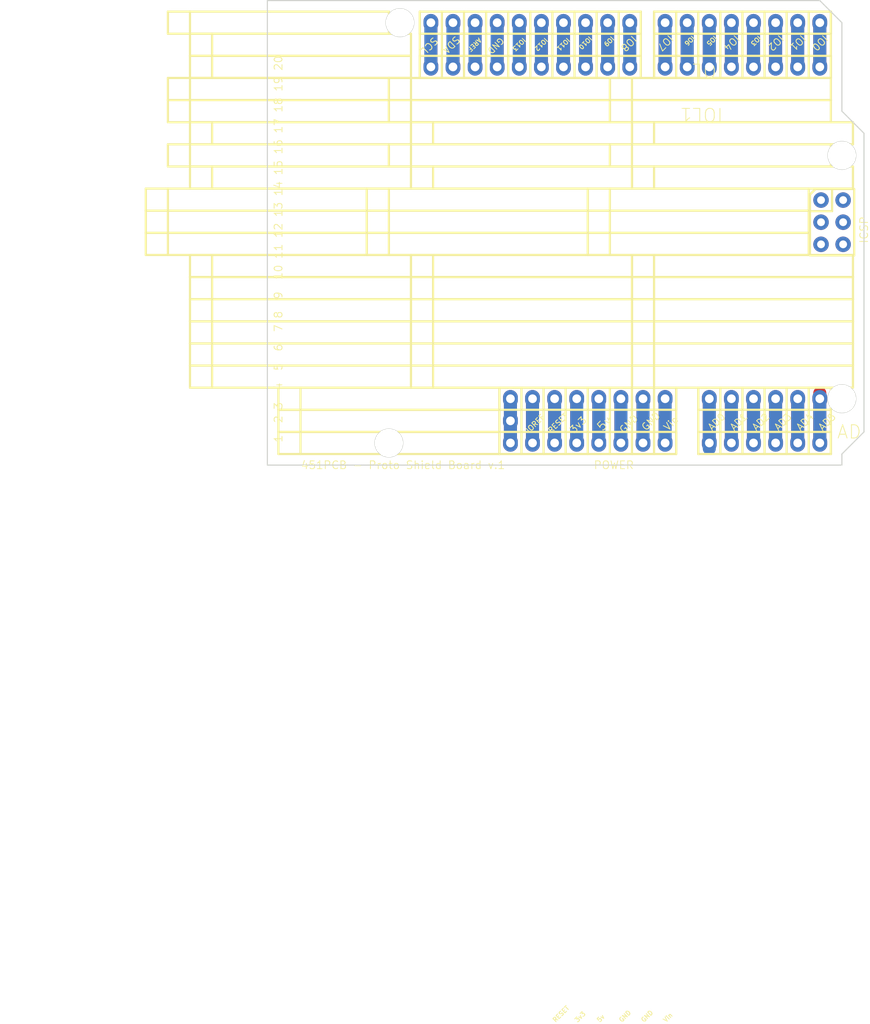
<source format=kicad_pcb>
(kicad_pcb (version 20171130) (host pcbnew 5.1.0-060a0da~80~ubuntu18.04.1)

  (general
    (thickness 1.6)
    (drawings 706)
    (tracks 63)
    (zones 0)
    (modules 10)
    (nets 34)
  )

  (page A4)
  (title_block
    (title "Protoshield Arduino UNO R3 v1.0")
    (company 451PCB.COM)
  )

  (layers
    (0 F.Cu signal)
    (31 B.Cu signal)
    (32 B.Adhes user)
    (33 F.Adhes user)
    (34 B.Paste user)
    (35 F.Paste user)
    (36 B.SilkS user)
    (37 F.SilkS user)
    (38 B.Mask user)
    (39 F.Mask user)
    (40 Dwgs.User user)
    (41 Cmts.User user)
    (42 Eco1.User user)
    (43 Eco2.User user)
    (44 Edge.Cuts user)
    (45 Margin user)
    (46 B.CrtYd user)
    (47 F.CrtYd user)
    (48 B.Fab user)
    (49 F.Fab user)
  )

  (setup
    (last_trace_width 0.254)
    (trace_clearance 0.254)
    (zone_clearance 0.0144)
    (zone_45_only no)
    (trace_min 0.254)
    (via_size 0.889)
    (via_drill 0.635)
    (via_min_size 0.889)
    (via_min_drill 0.508)
    (uvia_size 0.508)
    (uvia_drill 0.127)
    (uvias_allowed no)
    (uvia_min_size 0.508)
    (uvia_min_drill 0.127)
    (edge_width 0.1)
    (segment_width 0.2)
    (pcb_text_width 0.3)
    (pcb_text_size 1.5 1.5)
    (mod_edge_width 0.15)
    (mod_text_size 1 1)
    (mod_text_width 0.15)
    (pad_size 1.5 1.5)
    (pad_drill 0.6)
    (pad_to_mask_clearance 0)
    (aux_axis_origin 0 0)
    (visible_elements 7FFFFF7F)
    (pcbplotparams
      (layerselection 0x00030_ffffffff)
      (usegerberextensions false)
      (usegerberattributes false)
      (usegerberadvancedattributes false)
      (creategerberjobfile false)
      (excludeedgelayer true)
      (linewidth 0.100000)
      (plotframeref false)
      (viasonmask false)
      (mode 1)
      (useauxorigin false)
      (hpglpennumber 1)
      (hpglpenspeed 20)
      (hpglpendiameter 15.000000)
      (psnegative false)
      (psa4output false)
      (plotreference true)
      (plotvalue true)
      (plotinvisibletext false)
      (padsonsilk false)
      (subtractmaskfromsilk false)
      (outputformat 1)
      (mirror false)
      (drillshape 0)
      (scaleselection 1)
      (outputdirectory "GerberOutput/"))
  )

  (net 0 "")
  (net 1 Net1)
  (net 2 3V3)
  (net 3 5V)
  (net 4 AD0)
  (net 5 AD1)
  (net 6 AD2)
  (net 7 AD3)
  (net 8 AD4)
  (net 9 AD5)
  (net 10 AREF)
  (net 11 GND)
  (net 12 IO0)
  (net 13 IO1)
  (net 14 IO2)
  (net 15 IO3)
  (net 16 IO4)
  (net 17 IO5)
  (net 18 IO6)
  (net 19 IO7)
  (net 20 IO8)
  (net 21 IO9)
  (net 22 IO10)
  (net 23 IO11)
  (net 24 IO12)
  (net 25 IO13)
  (net 26 IOREF)
  (net 27 MISO)
  (net 28 MOSI)
  (net 29 RESET)
  (net 30 SCK)
  (net 31 SCL)
  (net 32 SDA)
  (net 33 VIN)

  (net_class Default "This is the default net class."
    (clearance 0.254)
    (trace_width 0.254)
    (via_dia 0.889)
    (via_drill 0.635)
    (uvia_dia 0.508)
    (uvia_drill 0.127)
    (add_net 3V3)
    (add_net 5V)
    (add_net AD0)
    (add_net AD1)
    (add_net AD2)
    (add_net AD3)
    (add_net AD4)
    (add_net AD5)
    (add_net AREF)
    (add_net GND)
    (add_net IO0)
    (add_net IO1)
    (add_net IO10)
    (add_net IO11)
    (add_net IO12)
    (add_net IO13)
    (add_net IO2)
    (add_net IO3)
    (add_net IO4)
    (add_net IO5)
    (add_net IO6)
    (add_net IO7)
    (add_net IO8)
    (add_net IO9)
    (add_net IOREF)
    (add_net MISO)
    (add_net MOSI)
    (add_net Net1)
    (add_net RESET)
    (add_net SCK)
    (add_net SCL)
    (add_net SDA)
    (add_net VIN)
  )

  (module "Header 10x1 8.5mm - oblong" (layer F.Cu) (tedit 4289BEAB) (tstamp 539EEDBF)
    (at 152.146 47.498)
    (path /539EEC0F)
    (attr smd)
    (fp_text reference IOH (at 0 0) (layer F.SilkS) hide
      (effects (font (size 1.524 1.524) (thickness 0.05)))
    )
    (fp_text value "" (at 0 0) (layer F.SilkS) hide
      (effects (font (size 1.524 1.524) (thickness 0.05)))
    )
    (pad 1 thru_hole oval (at 0 0 180) (size 1.7 2) (drill 1) (layers *.Cu *.Paste *.Mask))
    (pad 2 thru_hole oval (at -2.54 0 180) (size 1.7 2) (drill 1) (layers *.Cu *.Paste *.Mask))
    (pad 3 thru_hole oval (at -5.08 0 180) (size 1.7 2) (drill 1) (layers *.Cu *.Paste *.Mask))
    (pad 4 thru_hole oval (at -7.62 0 180) (size 1.7 2) (drill 1) (layers *.Cu *.Paste *.Mask))
    (pad 5 thru_hole oval (at -10.16 0 180) (size 1.7 2) (drill 1) (layers *.Cu *.Paste *.Mask))
    (pad 6 thru_hole oval (at -12.7 0 180) (size 1.7 2) (drill 1) (layers *.Cu *.Paste *.Mask))
    (pad 7 thru_hole oval (at -15.24 0 180) (size 1.7 2) (drill 1) (layers *.Cu *.Paste *.Mask))
    (pad 8 thru_hole oval (at -17.78 0 180) (size 1.7 2) (drill 1) (layers *.Cu *.Paste *.Mask))
    (pad 9 thru_hole oval (at -20.32 0 180) (size 1.7 2) (drill 1) (layers *.Cu *.Paste *.Mask))
    (pad 10 thru_hole oval (at -22.86 0 180) (size 1.7 2) (drill 1) (layers *.Cu *.Paste *.Mask))
    (model ./wrlshp/F20928AF-7E69.wrl
      (at (xyz 0 0 0))
      (scale (xyz 1 1 1))
      (rotate (xyz 0 0 0))
    )
  )

  (module "Header 8x1 8.5mm - oblong" (layer F.Cu) (tedit 4289BEAB) (tstamp 539EEDBF)
    (at 173.99 47.498)
    (path /539EEC0F)
    (attr smd)
    (fp_text reference IOL (at 0 0) (layer F.SilkS) hide
      (effects (font (size 1.524 1.524) (thickness 0.05)))
    )
    (fp_text value "" (at 0 0) (layer F.SilkS) hide
      (effects (font (size 1.524 1.524) (thickness 0.05)))
    )
    (pad 3 thru_hole oval (at -5.08 0 180) (size 1.7 2) (drill 1) (layers *.Cu *.Paste *.Mask))
    (pad 2 thru_hole oval (at -2.54 0 180) (size 1.7 2) (drill 1) (layers *.Cu *.Paste *.Mask))
    (pad 8 thru_hole oval (at -17.78 0 180) (size 1.7 2) (drill 1) (layers *.Cu *.Paste *.Mask))
    (pad 1 thru_hole oval (at 0 0 180) (size 1.7 2) (drill 1) (layers *.Cu *.Paste *.Mask))
    (pad 5 thru_hole oval (at -10.16 0 180) (size 1.7 2) (drill 1) (layers *.Cu *.Paste *.Mask))
    (pad 6 thru_hole oval (at -12.7 0 180) (size 1.7 2) (drill 1) (layers *.Cu *.Paste *.Mask))
    (pad 7 thru_hole oval (at -15.24 0 180) (size 1.7 2) (drill 1) (layers *.Cu *.Paste *.Mask))
    (pad 4 thru_hole oval (at -7.62 0 180) (size 1.7 2) (drill 1) (layers *.Cu *.Paste *.Mask))
    (model ./wrlshp/EE818D1E-B704.wrl
      (at (xyz 0 0 0))
      (scale (xyz 1 1 1))
      (rotate (xyz 0 0 0))
    )
  )

  (module "Header 8x1 8.5mm - oblong" (layer F.Cu) (tedit 4289BEAB) (tstamp 539EEDBF)
    (at 156.21 85.598)
    (path /539EEC0F)
    (attr smd)
    (fp_text reference POWER (at 0 0) (layer F.SilkS) hide
      (effects (font (size 1.524 1.524) (thickness 0.05)))
    )
    (fp_text value "" (at 0 0) (layer F.SilkS) hide
      (effects (font (size 1.524 1.524) (thickness 0.05)))
    )
    (pad 4 thru_hole oval (at -7.62 0 180) (size 1.7 2) (drill 1) (layers *.Cu *.Paste *.Mask))
    (pad 7 thru_hole oval (at -15.24 0 180) (size 1.7 2) (drill 1) (layers *.Cu *.Paste *.Mask))
    (pad 6 thru_hole oval (at -12.7 0 180) (size 1.7 2) (drill 1) (layers *.Cu *.Paste *.Mask))
    (pad 5 thru_hole oval (at -10.16 0 180) (size 1.7 2) (drill 1) (layers *.Cu *.Paste *.Mask))
    (pad 1 thru_hole oval (at 0 0 180) (size 1.7 2) (drill 1) (layers *.Cu *.Paste *.Mask))
    (pad 8 thru_hole oval (at -17.78 0 180) (size 1.7 2) (drill 1) (layers *.Cu *.Paste *.Mask))
    (pad 2 thru_hole oval (at -2.54 0 180) (size 1.7 2) (drill 1) (layers *.Cu *.Paste *.Mask))
    (pad 3 thru_hole oval (at -5.08 0 180) (size 1.7 2) (drill 1) (layers *.Cu *.Paste *.Mask))
    (model ./wrlshp/EE818D1E-B704.wrl
      (at (xyz 0 0 0))
      (scale (xyz 1 1 1))
      (rotate (xyz 0 0 0))
    )
  )

  (module "Header 6x1 8.5mm - oblong" (layer F.Cu) (tedit 4289BEAB) (tstamp 539EEDBF)
    (at 161.29 85.598)
    (path /539EEC0F)
    (attr smd)
    (fp_text reference AD (at 0 0) (layer F.SilkS) hide
      (effects (font (size 1.524 1.524) (thickness 0.05)))
    )
    (fp_text value "" (at 0 0) (layer F.SilkS) hide
      (effects (font (size 1.524 1.524) (thickness 0.05)))
    )
    (pad 6 thru_hole oval (at 12.7 0) (size 1.7 2) (drill 1) (layers *.Cu *.Paste *.Mask))
    (pad 5 thru_hole oval (at 10.16 0) (size 1.7 2) (drill 1) (layers *.Cu *.Paste *.Mask))
    (pad 4 thru_hole oval (at 7.62 0) (size 1.7 2) (drill 1) (layers *.Cu *.Paste *.Mask))
    (pad 3 thru_hole oval (at 5.08 0) (size 1.7 2) (drill 1) (layers *.Cu *.Paste *.Mask))
    (pad 2 thru_hole oval (at 2.54 0) (size 1.7 2) (drill 1) (layers *.Cu *.Paste *.Mask))
    (pad 1 thru_hole oval (at 0 0) (size 1.7 2) (drill 1) (layers *.Cu *.Paste *.Mask))
    (model ./wrlshp/49122F2A-A670.wrl
      (at (xyz 0 0 0))
      (scale (xyz 1 1 1))
      (rotate (xyz 0 0 360))
    )
  )

  (module ICSP (layer F.Cu) (tedit 4289BEAB) (tstamp 539EEDBF)
    (at 174.13 62.78801)
    (path /539EEC0F)
    (attr smd)
    (fp_text reference ICSP (at 0 0) (layer F.SilkS) hide
      (effects (font (size 1.524 1.524) (thickness 0.05)))
    )
    (fp_text value "" (at 0 0) (layer F.SilkS) hide
      (effects (font (size 1.524 1.524) (thickness 0.05)))
    )
    (pad 6 thru_hole circle (at 2.54 5.08) (size 1.778 1.778) (drill 0.9) (layers *.Cu *.Paste *.Mask)
      (net 11 GND))
    (pad 5 thru_hole circle (at 0 5.08) (size 1.778 1.778) (drill 0.9) (layers *.Cu *.Paste *.Mask)
      (net 29 RESET))
    (pad 4 thru_hole circle (at 2.54 2.54) (size 1.778 1.778) (drill 0.9) (layers *.Cu *.Paste *.Mask)
      (net 28 MOSI))
    (pad 3 thru_hole circle (at 0 2.54) (size 1.778 1.778) (drill 0.9) (layers *.Cu *.Paste *.Mask)
      (net 30 SCK))
    (pad 2 thru_hole circle (at 2.54 0) (size 1.778 1.778) (drill 0.9) (layers *.Cu *.Paste *.Mask)
      (net 3 5V))
    (pad 1 thru_hole circle (at 0 0) (size 1.778 1.778) (drill 0.9) (layers *.Cu *.Paste *.Mask)
      (net 27 MISO))
    (model ./wrlshp/A7EB2A97-3866.wrl
      (at (xyz 0 0 0))
      (scale (xyz 1 1 1))
      (rotate (xyz 0 0 0))
    )
  )

  (module "Header 6x1 8.5mm - oblong" (layer F.Cu) (tedit 4289BEAB) (tstamp 539EEDBF)
    (at 161.29 90.678)
    (path /539EEC0F)
    (attr smd)
    (fp_text reference AD (at 0 0) (layer F.SilkS) hide
      (effects (font (size 1.524 1.524) (thickness 0.05)))
    )
    (fp_text value "" (at 0 0) (layer F.SilkS) hide
      (effects (font (size 1.524 1.524) (thickness 0.05)))
    )
    (pad 6 thru_hole oval (at 12.7 0) (size 1.7 2) (drill 1) (layers *.Cu *.Paste *.Mask)
      (net 9 AD5))
    (pad 5 thru_hole oval (at 10.16 0) (size 1.7 2) (drill 1) (layers *.Cu *.Paste *.Mask)
      (net 8 AD4))
    (pad 4 thru_hole oval (at 7.62 0) (size 1.7 2) (drill 1) (layers *.Cu *.Paste *.Mask)
      (net 7 AD3))
    (pad 3 thru_hole oval (at 5.08 0) (size 1.7 2) (drill 1) (layers *.Cu *.Paste *.Mask)
      (net 6 AD2))
    (pad 2 thru_hole oval (at 2.54 0) (size 1.7 2) (drill 1) (layers *.Cu *.Paste *.Mask)
      (net 5 AD1))
    (pad 1 thru_hole oval (at 0 0) (size 1.7 2) (drill 1) (layers *.Cu *.Paste *.Mask)
      (net 4 AD0))
    (model ./wrlshp/49122F2A-A670.wrl
      (at (xyz 0 0 0))
      (scale (xyz 1 1 1))
      (rotate (xyz 0 0 360))
    )
  )

  (module "Header 10x1 8.5mm - oblong" (layer F.Cu) (tedit 4289BEAB) (tstamp 539EEDBF)
    (at 152.146 42.418)
    (path /539EEC0F)
    (attr smd)
    (fp_text reference IOH (at 0 0) (layer F.SilkS) hide
      (effects (font (size 1.524 1.524) (thickness 0.05)))
    )
    (fp_text value "" (at 0 0) (layer F.SilkS) hide
      (effects (font (size 1.524 1.524) (thickness 0.05)))
    )
    (pad 1 thru_hole oval (at 0 0 180) (size 1.7 2) (drill 1) (layers *.Cu *.Paste *.Mask)
      (net 20 IO8))
    (pad 2 thru_hole oval (at -2.54 0 180) (size 1.7 2) (drill 1) (layers *.Cu *.Paste *.Mask)
      (net 21 IO9))
    (pad 3 thru_hole oval (at -5.08 0 180) (size 1.7 2) (drill 1) (layers *.Cu *.Paste *.Mask)
      (net 22 IO10))
    (pad 4 thru_hole oval (at -7.62 0 180) (size 1.7 2) (drill 1) (layers *.Cu *.Paste *.Mask)
      (net 23 IO11))
    (pad 5 thru_hole oval (at -10.16 0 180) (size 1.7 2) (drill 1) (layers *.Cu *.Paste *.Mask)
      (net 24 IO12))
    (pad 6 thru_hole oval (at -12.7 0 180) (size 1.7 2) (drill 1) (layers *.Cu *.Paste *.Mask)
      (net 25 IO13))
    (pad 7 thru_hole oval (at -15.24 0 180) (size 1.7 2) (drill 1) (layers *.Cu *.Paste *.Mask)
      (net 11 GND))
    (pad 8 thru_hole oval (at -17.78 0 180) (size 1.7 2) (drill 1) (layers *.Cu *.Paste *.Mask)
      (net 10 AREF))
    (pad 9 thru_hole oval (at -20.32 0 180) (size 1.7 2) (drill 1) (layers *.Cu *.Paste *.Mask)
      (net 32 SDA))
    (pad 10 thru_hole oval (at -22.86 0 180) (size 1.7 2) (drill 1) (layers *.Cu *.Paste *.Mask)
      (net 31 SCL))
    (model ./wrlshp/F20928AF-7E69.wrl
      (at (xyz 0 0 0))
      (scale (xyz 1 1 1))
      (rotate (xyz 0 0 0))
    )
  )

  (module "Header 8x1 8.5mm - oblong" (layer F.Cu) (tedit 4289BEAB) (tstamp 539EEDBF)
    (at 173.99 42.418)
    (path /539EEC0F)
    (attr smd)
    (fp_text reference IOL (at 0 0) (layer F.SilkS) hide
      (effects (font (size 1.524 1.524) (thickness 0.05)))
    )
    (fp_text value "" (at 0 0) (layer F.SilkS) hide
      (effects (font (size 1.524 1.524) (thickness 0.05)))
    )
    (pad 3 thru_hole oval (at -5.08 0 180) (size 1.7 2) (drill 1) (layers *.Cu *.Paste *.Mask)
      (net 14 IO2))
    (pad 2 thru_hole oval (at -2.54 0 180) (size 1.7 2) (drill 1) (layers *.Cu *.Paste *.Mask)
      (net 13 IO1))
    (pad 8 thru_hole oval (at -17.78 0 180) (size 1.7 2) (drill 1) (layers *.Cu *.Paste *.Mask)
      (net 19 IO7))
    (pad 1 thru_hole oval (at 0 0 180) (size 1.7 2) (drill 1) (layers *.Cu *.Paste *.Mask)
      (net 12 IO0))
    (pad 5 thru_hole oval (at -10.16 0 180) (size 1.7 2) (drill 1) (layers *.Cu *.Paste *.Mask)
      (net 16 IO4))
    (pad 6 thru_hole oval (at -12.7 0 180) (size 1.7 2) (drill 1) (layers *.Cu *.Paste *.Mask)
      (net 17 IO5))
    (pad 7 thru_hole oval (at -15.24 0 180) (size 1.7 2) (drill 1) (layers *.Cu *.Paste *.Mask)
      (net 18 IO6))
    (pad 4 thru_hole oval (at -7.62 0 180) (size 1.7 2) (drill 1) (layers *.Cu *.Paste *.Mask)
      (net 15 IO3))
    (model ./wrlshp/EE818D1E-B704.wrl
      (at (xyz 0 0 0))
      (scale (xyz 1 1 1))
      (rotate (xyz 0 0 0))
    )
  )

  (module "Header 8x1 8.5mm - oblong" (layer F.Cu) (tedit 4289BEAB) (tstamp 539EEDBF)
    (at 156.21 90.678)
    (path /539EEC0F)
    (attr smd)
    (fp_text reference POWER (at 0 0) (layer F.SilkS) hide
      (effects (font (size 1.524 1.524) (thickness 0.05)))
    )
    (fp_text value "" (at 0 0) (layer F.SilkS) hide
      (effects (font (size 1.524 1.524) (thickness 0.05)))
    )
    (pad 4 thru_hole oval (at -7.62 0 180) (size 1.7 2) (drill 1) (layers *.Cu *.Paste *.Mask)
      (net 3 5V))
    (pad 7 thru_hole oval (at -15.24 0 180) (size 1.7 2) (drill 1) (layers *.Cu *.Paste *.Mask)
      (net 26 IOREF))
    (pad 6 thru_hole oval (at -12.7 0 180) (size 1.7 2) (drill 1) (layers *.Cu *.Paste *.Mask)
      (net 29 RESET))
    (pad 5 thru_hole oval (at -10.16 0 180) (size 1.7 2) (drill 1) (layers *.Cu *.Paste *.Mask)
      (net 2 3V3))
    (pad 1 thru_hole oval (at 0 0 180) (size 1.7 2) (drill 1) (layers *.Cu *.Paste *.Mask)
      (net 33 VIN))
    (pad 8 thru_hole oval (at -17.78 0 180) (size 1.7 2) (drill 1) (layers *.Cu *.Paste *.Mask))
    (pad 2 thru_hole oval (at -2.54 0 180) (size 1.7 2) (drill 1) (layers *.Cu *.Paste *.Mask)
      (net 11 GND))
    (pad 3 thru_hole oval (at -5.08 0 180) (size 1.7 2) (drill 1) (layers *.Cu *.Paste *.Mask)
      (net 11 GND))
    (model ./wrlshp/EE818D1E-B704.wrl
      (at (xyz 0 0 0))
      (scale (xyz 1 1 1))
      (rotate (xyz 0 0 0))
    )
  )

  (module DEFAULT (layer F.Cu) (tedit 4289BEAB) (tstamp 539EEDBF)
    (at 80.01 124.46)
    (path /539EEC0F)
    (attr smd)
    (fp_text reference "" (at 0 0) (layer F.SilkS)
      (effects (font (size 1.27 1.27) (thickness 0.15)))
    )
    (fp_text value "" (at 0 0) (layer F.SilkS)
      (effects (font (size 1.27 1.27) (thickness 0.15)))
    )
    (pad 1 thru_hole oval (at 58.42 -36.322) (size 1.7 2) (drill 1) (layers *.Cu *.Paste *.Mask))
    (pad 0 thru_hole circle (at 96.52 -38.862) (size 3.2 3.2) (drill 3.2) (layers *.Cu *.Paste *.Mask))
    (pad 0 thru_hole circle (at 96.52 -66.802) (size 3.2 3.2) (drill 3.2) (layers *.Cu *.Paste *.Mask))
    (pad 0 thru_hole circle (at 44.45 -33.782) (size 3.2 3.2) (drill 3.2) (layers *.Cu *.Paste *.Mask))
    (pad 0 thru_hole circle (at 45.72 -82.042) (size 3.2 3.2) (drill 3.2) (layers *.Cu *.Paste *.Mask))
  )

  (gr_line (start 153.41588 46.22812) (end 128.01588 46.22812) (angle 90) (layer F.CrtYd) (width 0.2))
  (gr_line (start 128.01588 46.22812) (end 128.01588 48.76812) (angle 90) (layer F.CrtYd) (width 0.2))
  (gr_line (start 128.01588 48.76812) (end 153.41588 48.76812) (angle 90) (layer F.CrtYd) (width 0.2))
  (gr_line (start 153.41588 48.76812) (end 153.41588 46.22812) (angle 90) (layer F.CrtYd) (width 0.2))
  (gr_line (start 153.41588 41.14812) (end 128.01588 41.14812) (angle 90) (layer F.CrtYd) (width 0.2))
  (gr_line (start 128.01588 41.14812) (end 128.01588 43.68812) (angle 90) (layer F.CrtYd) (width 0.2))
  (gr_line (start 128.01588 43.68812) (end 153.41588 43.68812) (angle 90) (layer F.CrtYd) (width 0.2))
  (gr_line (start 153.41588 43.68812) (end 153.41588 41.14812) (angle 90) (layer F.CrtYd) (width 0.2))
  (gr_line (start 111.76012 91.94788) (end 137.16012 91.94788) (angle 90) (layer F.CrtYd) (width 0.2))
  (gr_line (start 137.16012 91.94788) (end 137.16012 89.40788) (angle 90) (layer F.CrtYd) (width 0.2))
  (gr_line (start 137.16012 89.40788) (end 111.76012 89.40788) (angle 90) (layer F.CrtYd) (width 0.2))
  (gr_line (start 111.76012 89.40788) (end 111.76012 91.94788) (angle 90) (layer F.CrtYd) (width 0.2))
  (gr_line (start 99.06012 43.68788) (end 124.46012 43.68788) (angle 90) (layer F.CrtYd) (width 0.2))
  (gr_line (start 124.46012 43.68788) (end 124.46012 41.14788) (angle 90) (layer F.CrtYd) (width 0.2))
  (gr_line (start 124.46012 41.14788) (end 99.06012 41.14788) (angle 90) (layer F.CrtYd) (width 0.2))
  (gr_line (start 99.06012 41.14788) (end 99.06012 43.68788) (angle 90) (layer F.CrtYd) (width 0.2))
  (gr_line (start 101.60012 46.22788) (end 127.00012 46.22788) (angle 90) (layer F.CrtYd) (width 0.2))
  (gr_line (start 127.00012 46.22788) (end 127.00012 43.68788) (angle 90) (layer F.CrtYd) (width 0.2))
  (gr_line (start 127.00012 43.68788) (end 101.60012 43.68788) (angle 90) (layer F.CrtYd) (width 0.2))
  (gr_line (start 101.60012 43.68788) (end 101.60012 46.22788) (angle 90) (layer F.CrtYd) (width 0.2))
  (gr_line (start 101.60012 48.76788) (end 127.00012 48.76788) (angle 90) (layer F.CrtYd) (width 0.2))
  (gr_line (start 127.00012 48.76788) (end 127.00012 46.22788) (angle 90) (layer F.CrtYd) (width 0.2))
  (gr_line (start 127.00012 46.22788) (end 101.60012 46.22788) (angle 90) (layer F.CrtYd) (width 0.2))
  (gr_line (start 101.60012 46.22788) (end 101.60012 48.76788) (angle 90) (layer F.CrtYd) (width 0.2))
  (gr_line (start 111.76012 89.40788) (end 137.16012 89.40788) (angle 90) (layer F.CrtYd) (width 0.2))
  (gr_line (start 137.16012 89.40788) (end 137.16012 86.86788) (angle 90) (layer F.CrtYd) (width 0.2))
  (gr_line (start 137.16012 86.86788) (end 111.76012 86.86788) (angle 90) (layer F.CrtYd) (width 0.2))
  (gr_line (start 111.76012 86.86788) (end 111.76012 89.40788) (angle 90) (layer F.CrtYd) (width 0.2))
  (gr_line (start 111.76012 86.86788) (end 137.16012 86.86788) (angle 90) (layer F.CrtYd) (width 0.2))
  (gr_line (start 137.16012 86.86788) (end 137.16012 84.32788) (angle 90) (layer F.CrtYd) (width 0.2))
  (gr_line (start 137.16012 84.32788) (end 111.76012 84.32788) (angle 90) (layer F.CrtYd) (width 0.2))
  (gr_line (start 111.76012 84.32788) (end 111.76012 86.86788) (angle 90) (layer F.CrtYd) (width 0.2))
  (gr_line (start 124.46012 51.30788) (end 149.86012 51.30788) (angle 90) (layer F.CrtYd) (width 0.2))
  (gr_line (start 149.86012 51.30788) (end 149.86012 48.76788) (angle 90) (layer F.CrtYd) (width 0.2))
  (gr_line (start 149.86012 48.76788) (end 124.46012 48.76788) (angle 90) (layer F.CrtYd) (width 0.2))
  (gr_line (start 124.46012 48.76788) (end 124.46012 51.30788) (angle 90) (layer F.CrtYd) (width 0.2))
  (gr_line (start 149.86012 51.30788) (end 175.26012 51.30788) (angle 90) (layer F.CrtYd) (width 0.2))
  (gr_line (start 175.26012 51.30788) (end 175.26012 48.76788) (angle 90) (layer F.CrtYd) (width 0.2))
  (gr_line (start 175.26012 48.76788) (end 149.86012 48.76788) (angle 90) (layer F.CrtYd) (width 0.2))
  (gr_line (start 149.86012 48.76788) (end 149.86012 51.30788) (angle 90) (layer F.CrtYd) (width 0.2))
  (gr_line (start 99.06012 51.30788) (end 124.46012 51.30788) (angle 90) (layer F.CrtYd) (width 0.2))
  (gr_line (start 124.46012 51.30788) (end 124.46012 48.76788) (angle 90) (layer F.CrtYd) (width 0.2))
  (gr_line (start 124.46012 48.76788) (end 99.06012 48.76788) (angle 90) (layer F.CrtYd) (width 0.2))
  (gr_line (start 99.06012 48.76788) (end 99.06012 51.30788) (angle 90) (layer F.CrtYd) (width 0.2))
  (gr_line (start 175.25992 46.22816) (end 154.93992 46.22816) (angle 90) (layer F.CrtYd) (width 0.2))
  (gr_line (start 154.93992 46.22816) (end 154.93992 48.76816) (angle 90) (layer F.CrtYd) (width 0.2))
  (gr_line (start 154.93992 48.76816) (end 175.25992 48.76816) (angle 90) (layer F.CrtYd) (width 0.2))
  (gr_line (start 175.25992 48.76816) (end 175.25992 46.22816) (angle 90) (layer F.CrtYd) (width 0.2))
  (gr_line (start 175.25992 41.14816) (end 154.93992 41.14816) (angle 90) (layer F.CrtYd) (width 0.2))
  (gr_line (start 154.93992 41.14816) (end 154.93992 43.68816) (angle 90) (layer F.CrtYd) (width 0.2))
  (gr_line (start 154.93992 43.68816) (end 175.25992 43.68816) (angle 90) (layer F.CrtYd) (width 0.2))
  (gr_line (start 175.25992 43.68816) (end 175.25992 41.14816) (angle 90) (layer F.CrtYd) (width 0.2))
  (gr_line (start 157.47992 84.32816) (end 137.15992 84.32816) (angle 90) (layer F.CrtYd) (width 0.2))
  (gr_line (start 137.15992 84.32816) (end 137.15992 86.86816) (angle 90) (layer F.CrtYd) (width 0.2))
  (gr_line (start 137.15992 86.86816) (end 157.47992 86.86816) (angle 90) (layer F.CrtYd) (width 0.2))
  (gr_line (start 157.47992 86.86816) (end 157.47992 84.32816) (angle 90) (layer F.CrtYd) (width 0.2))
  (gr_line (start 157.47992 89.40816) (end 137.15992 89.40816) (angle 90) (layer F.CrtYd) (width 0.2))
  (gr_line (start 137.15992 89.40816) (end 137.15992 91.94816) (angle 90) (layer F.CrtYd) (width 0.2))
  (gr_line (start 137.15992 91.94816) (end 157.47992 91.94816) (angle 90) (layer F.CrtYd) (width 0.2))
  (gr_line (start 157.47992 91.94816) (end 157.47992 89.40816) (angle 90) (layer F.CrtYd) (width 0.2))
  (gr_line (start 172.86017 69.13785) (end 177.94017 69.13785) (angle 90) (layer F.CrtYd) (width 0.2))
  (gr_line (start 177.94017 69.13785) (end 177.94017 61.51785) (angle 90) (layer F.CrtYd) (width 0.2))
  (gr_line (start 177.94017 61.51785) (end 172.86017 61.51785) (angle 90) (layer F.CrtYd) (width 0.2))
  (gr_line (start 172.86017 61.51785) (end 172.86017 69.13785) (angle 90) (layer F.CrtYd) (width 0.2))
  (gr_line (start 99.06012 53.84788) (end 124.46012 53.84788) (angle 90) (layer F.CrtYd) (width 0.2))
  (gr_line (start 124.46012 53.84788) (end 124.46012 51.30788) (angle 90) (layer F.CrtYd) (width 0.2))
  (gr_line (start 124.46012 51.30788) (end 99.06012 51.30788) (angle 90) (layer F.CrtYd) (width 0.2))
  (gr_line (start 99.06012 51.30788) (end 99.06012 53.84788) (angle 90) (layer F.CrtYd) (width 0.2))
  (gr_line (start 149.86012 53.84788) (end 175.26012 53.84788) (angle 90) (layer F.CrtYd) (width 0.2))
  (gr_line (start 175.26012 53.84788) (end 175.26012 51.30788) (angle 90) (layer F.CrtYd) (width 0.2))
  (gr_line (start 175.26012 51.30788) (end 149.86012 51.30788) (angle 90) (layer F.CrtYd) (width 0.2))
  (gr_line (start 149.86012 51.30788) (end 149.86012 53.84788) (angle 90) (layer F.CrtYd) (width 0.2))
  (gr_line (start 124.46012 53.84788) (end 149.86012 53.84788) (angle 90) (layer F.CrtYd) (width 0.2))
  (gr_line (start 149.86012 53.84788) (end 149.86012 51.30788) (angle 90) (layer F.CrtYd) (width 0.2))
  (gr_line (start 149.86012 51.30788) (end 124.46012 51.30788) (angle 90) (layer F.CrtYd) (width 0.2))
  (gr_line (start 124.46012 51.30788) (end 124.46012 53.84788) (angle 90) (layer F.CrtYd) (width 0.2))
  (gr_line (start 101.60012 56.38788) (end 127.00012 56.38788) (angle 90) (layer F.CrtYd) (width 0.2))
  (gr_line (start 127.00012 56.38788) (end 127.00012 53.84788) (angle 90) (layer F.CrtYd) (width 0.2))
  (gr_line (start 127.00012 53.84788) (end 101.60012 53.84788) (angle 90) (layer F.CrtYd) (width 0.2))
  (gr_line (start 101.60012 53.84788) (end 101.60012 56.38788) (angle 90) (layer F.CrtYd) (width 0.2))
  (gr_line (start 152.40012 56.38788) (end 177.80012 56.38788) (angle 90) (layer F.CrtYd) (width 0.2))
  (gr_line (start 177.80012 56.38788) (end 177.80012 53.84788) (angle 90) (layer F.CrtYd) (width 0.2))
  (gr_line (start 177.80012 53.84788) (end 152.40012 53.84788) (angle 90) (layer F.CrtYd) (width 0.2))
  (gr_line (start 152.40012 53.84788) (end 152.40012 56.38788) (angle 90) (layer F.CrtYd) (width 0.2))
  (gr_line (start 127.00012 56.38788) (end 152.40012 56.38788) (angle 90) (layer F.CrtYd) (width 0.2))
  (gr_line (start 152.40012 56.38788) (end 152.40012 53.84788) (angle 90) (layer F.CrtYd) (width 0.2))
  (gr_line (start 152.40012 53.84788) (end 127.00012 53.84788) (angle 90) (layer F.CrtYd) (width 0.2))
  (gr_line (start 127.00012 53.84788) (end 127.00012 56.38788) (angle 90) (layer F.CrtYd) (width 0.2))
  (gr_line (start 99.06012 58.92788) (end 124.46012 58.92788) (angle 90) (layer F.CrtYd) (width 0.2))
  (gr_line (start 124.46012 58.92788) (end 124.46012 56.38788) (angle 90) (layer F.CrtYd) (width 0.2))
  (gr_line (start 124.46012 56.38788) (end 99.06012 56.38788) (angle 90) (layer F.CrtYd) (width 0.2))
  (gr_line (start 99.06012 56.38788) (end 99.06012 58.92788) (angle 90) (layer F.CrtYd) (width 0.2))
  (gr_line (start 149.86012 58.92788) (end 175.26012 58.92788) (angle 90) (layer F.CrtYd) (width 0.2))
  (gr_line (start 175.26012 58.92788) (end 175.26012 56.38788) (angle 90) (layer F.CrtYd) (width 0.2))
  (gr_line (start 175.26012 56.38788) (end 149.86012 56.38788) (angle 90) (layer F.CrtYd) (width 0.2))
  (gr_line (start 149.86012 56.38788) (end 149.86012 58.92788) (angle 90) (layer F.CrtYd) (width 0.2))
  (gr_line (start 124.46012 58.92788) (end 149.86012 58.92788) (angle 90) (layer F.CrtYd) (width 0.2))
  (gr_line (start 149.86012 58.92788) (end 149.86012 56.38788) (angle 90) (layer F.CrtYd) (width 0.2))
  (gr_line (start 149.86012 56.38788) (end 124.46012 56.38788) (angle 90) (layer F.CrtYd) (width 0.2))
  (gr_line (start 124.46012 56.38788) (end 124.46012 58.92788) (angle 90) (layer F.CrtYd) (width 0.2))
  (gr_line (start 101.60012 61.46788) (end 127.00012 61.46788) (angle 90) (layer F.CrtYd) (width 0.2))
  (gr_line (start 127.00012 61.46788) (end 127.00012 58.92788) (angle 90) (layer F.CrtYd) (width 0.2))
  (gr_line (start 127.00012 58.92788) (end 101.60012 58.92788) (angle 90) (layer F.CrtYd) (width 0.2))
  (gr_line (start 101.60012 58.92788) (end 101.60012 61.46788) (angle 90) (layer F.CrtYd) (width 0.2))
  (gr_line (start 152.40012 61.46788) (end 177.80012 61.46788) (angle 90) (layer F.CrtYd) (width 0.2))
  (gr_line (start 177.80012 61.46788) (end 177.80012 58.92788) (angle 90) (layer F.CrtYd) (width 0.2))
  (gr_line (start 177.80012 58.92788) (end 152.40012 58.92788) (angle 90) (layer F.CrtYd) (width 0.2))
  (gr_line (start 152.40012 58.92788) (end 152.40012 61.46788) (angle 90) (layer F.CrtYd) (width 0.2))
  (gr_line (start 127.00012 61.46788) (end 152.40012 61.46788) (angle 90) (layer F.CrtYd) (width 0.2))
  (gr_line (start 152.40012 61.46788) (end 152.40012 58.92788) (angle 90) (layer F.CrtYd) (width 0.2))
  (gr_line (start 152.40012 58.92788) (end 127.00012 58.92788) (angle 90) (layer F.CrtYd) (width 0.2))
  (gr_line (start 127.00012 58.92788) (end 127.00012 61.46788) (angle 90) (layer F.CrtYd) (width 0.2))
  (gr_line (start 96.52012 64.00788) (end 121.92012 64.00788) (angle 90) (layer F.CrtYd) (width 0.2))
  (gr_line (start 121.92012 64.00788) (end 121.92012 61.46788) (angle 90) (layer F.CrtYd) (width 0.2))
  (gr_line (start 121.92012 61.46788) (end 96.52012 61.46788) (angle 90) (layer F.CrtYd) (width 0.2))
  (gr_line (start 96.52012 61.46788) (end 96.52012 64.00788) (angle 90) (layer F.CrtYd) (width 0.2))
  (gr_line (start 147.32012 64.00788) (end 172.72012 64.00788) (angle 90) (layer F.CrtYd) (width 0.2))
  (gr_line (start 172.72012 64.00788) (end 172.72012 61.46788) (angle 90) (layer F.CrtYd) (width 0.2))
  (gr_line (start 172.72012 61.46788) (end 147.32012 61.46788) (angle 90) (layer F.CrtYd) (width 0.2))
  (gr_line (start 147.32012 61.46788) (end 147.32012 64.00788) (angle 90) (layer F.CrtYd) (width 0.2))
  (gr_line (start 121.92012 64.00788) (end 147.32012 64.00788) (angle 90) (layer F.CrtYd) (width 0.2))
  (gr_line (start 147.32012 64.00788) (end 147.32012 61.46788) (angle 90) (layer F.CrtYd) (width 0.2))
  (gr_line (start 147.32012 61.46788) (end 121.92012 61.46788) (angle 90) (layer F.CrtYd) (width 0.2))
  (gr_line (start 121.92012 61.46788) (end 121.92012 64.00788) (angle 90) (layer F.CrtYd) (width 0.2))
  (gr_line (start 96.52012 66.54788) (end 121.92012 66.54788) (angle 90) (layer F.CrtYd) (width 0.2))
  (gr_line (start 121.92012 66.54788) (end 121.92012 64.00788) (angle 90) (layer F.CrtYd) (width 0.2))
  (gr_line (start 121.92012 64.00788) (end 96.52012 64.00788) (angle 90) (layer F.CrtYd) (width 0.2))
  (gr_line (start 96.52012 64.00788) (end 96.52012 66.54788) (angle 90) (layer F.CrtYd) (width 0.2))
  (gr_line (start 147.32012 66.54788) (end 172.72012 66.54788) (angle 90) (layer F.CrtYd) (width 0.2))
  (gr_line (start 172.72012 66.54788) (end 172.72012 64.00788) (angle 90) (layer F.CrtYd) (width 0.2))
  (gr_line (start 172.72012 64.00788) (end 147.32012 64.00788) (angle 90) (layer F.CrtYd) (width 0.2))
  (gr_line (start 147.32012 64.00788) (end 147.32012 66.54788) (angle 90) (layer F.CrtYd) (width 0.2))
  (gr_line (start 121.92012 66.54788) (end 147.32012 66.54788) (angle 90) (layer F.CrtYd) (width 0.2))
  (gr_line (start 147.32012 66.54788) (end 147.32012 64.00788) (angle 90) (layer F.CrtYd) (width 0.2))
  (gr_line (start 147.32012 64.00788) (end 121.92012 64.00788) (angle 90) (layer F.CrtYd) (width 0.2))
  (gr_line (start 121.92012 64.00788) (end 121.92012 66.54788) (angle 90) (layer F.CrtYd) (width 0.2))
  (gr_line (start 96.52012 69.08788) (end 121.92012 69.08788) (angle 90) (layer F.CrtYd) (width 0.2))
  (gr_line (start 121.92012 69.08788) (end 121.92012 66.54788) (angle 90) (layer F.CrtYd) (width 0.2))
  (gr_line (start 121.92012 66.54788) (end 96.52012 66.54788) (angle 90) (layer F.CrtYd) (width 0.2))
  (gr_line (start 96.52012 66.54788) (end 96.52012 69.08788) (angle 90) (layer F.CrtYd) (width 0.2))
  (gr_line (start 147.32012 69.08788) (end 172.72012 69.08788) (angle 90) (layer F.CrtYd) (width 0.2))
  (gr_line (start 172.72012 69.08788) (end 172.72012 66.54788) (angle 90) (layer F.CrtYd) (width 0.2))
  (gr_line (start 172.72012 66.54788) (end 147.32012 66.54788) (angle 90) (layer F.CrtYd) (width 0.2))
  (gr_line (start 147.32012 66.54788) (end 147.32012 69.08788) (angle 90) (layer F.CrtYd) (width 0.2))
  (gr_line (start 121.92012 69.08788) (end 147.32012 69.08788) (angle 90) (layer F.CrtYd) (width 0.2))
  (gr_line (start 147.32012 69.08788) (end 147.32012 66.54788) (angle 90) (layer F.CrtYd) (width 0.2))
  (gr_line (start 147.32012 66.54788) (end 121.92012 66.54788) (angle 90) (layer F.CrtYd) (width 0.2))
  (gr_line (start 121.92012 66.54788) (end 121.92012 69.08788) (angle 90) (layer F.CrtYd) (width 0.2))
  (gr_line (start 101.60012 71.62788) (end 127.00012 71.62788) (angle 90) (layer F.CrtYd) (width 0.2))
  (gr_line (start 127.00012 71.62788) (end 127.00012 69.08788) (angle 90) (layer F.CrtYd) (width 0.2))
  (gr_line (start 127.00012 69.08788) (end 101.60012 69.08788) (angle 90) (layer F.CrtYd) (width 0.2))
  (gr_line (start 101.60012 69.08788) (end 101.60012 71.62788) (angle 90) (layer F.CrtYd) (width 0.2))
  (gr_line (start 152.40012 71.62788) (end 177.80012 71.62788) (angle 90) (layer F.CrtYd) (width 0.2))
  (gr_line (start 177.80012 71.62788) (end 177.80012 69.08788) (angle 90) (layer F.CrtYd) (width 0.2))
  (gr_line (start 177.80012 69.08788) (end 152.40012 69.08788) (angle 90) (layer F.CrtYd) (width 0.2))
  (gr_line (start 152.40012 69.08788) (end 152.40012 71.62788) (angle 90) (layer F.CrtYd) (width 0.2))
  (gr_line (start 127.00012 71.62788) (end 152.40012 71.62788) (angle 90) (layer F.CrtYd) (width 0.2))
  (gr_line (start 152.40012 71.62788) (end 152.40012 69.08788) (angle 90) (layer F.CrtYd) (width 0.2))
  (gr_line (start 152.40012 69.08788) (end 127.00012 69.08788) (angle 90) (layer F.CrtYd) (width 0.2))
  (gr_line (start 127.00012 69.08788) (end 127.00012 71.62788) (angle 90) (layer F.CrtYd) (width 0.2))
  (gr_line (start 101.60012 74.16788) (end 127.00012 74.16788) (angle 90) (layer F.CrtYd) (width 0.2))
  (gr_line (start 127.00012 74.16788) (end 127.00012 71.62788) (angle 90) (layer F.CrtYd) (width 0.2))
  (gr_line (start 127.00012 71.62788) (end 101.60012 71.62788) (angle 90) (layer F.CrtYd) (width 0.2))
  (gr_line (start 101.60012 71.62788) (end 101.60012 74.16788) (angle 90) (layer F.CrtYd) (width 0.2))
  (gr_line (start 152.40012 74.16788) (end 177.80012 74.16788) (angle 90) (layer F.CrtYd) (width 0.2))
  (gr_line (start 177.80012 74.16788) (end 177.80012 71.62788) (angle 90) (layer F.CrtYd) (width 0.2))
  (gr_line (start 177.80012 71.62788) (end 152.40012 71.62788) (angle 90) (layer F.CrtYd) (width 0.2))
  (gr_line (start 152.40012 71.62788) (end 152.40012 74.16788) (angle 90) (layer F.CrtYd) (width 0.2))
  (gr_line (start 127.00012 74.16788) (end 152.40012 74.16788) (angle 90) (layer F.CrtYd) (width 0.2))
  (gr_line (start 152.40012 74.16788) (end 152.40012 71.62788) (angle 90) (layer F.CrtYd) (width 0.2))
  (gr_line (start 152.40012 71.62788) (end 127.00012 71.62788) (angle 90) (layer F.CrtYd) (width 0.2))
  (gr_line (start 127.00012 71.62788) (end 127.00012 74.16788) (angle 90) (layer F.CrtYd) (width 0.2))
  (gr_line (start 101.60012 76.70788) (end 127.00012 76.70788) (angle 90) (layer F.CrtYd) (width 0.2))
  (gr_line (start 127.00012 76.70788) (end 127.00012 74.16788) (angle 90) (layer F.CrtYd) (width 0.2))
  (gr_line (start 127.00012 74.16788) (end 101.60012 74.16788) (angle 90) (layer F.CrtYd) (width 0.2))
  (gr_line (start 101.60012 74.16788) (end 101.60012 76.70788) (angle 90) (layer F.CrtYd) (width 0.2))
  (gr_line (start 152.40012 76.70788) (end 177.80012 76.70788) (angle 90) (layer F.CrtYd) (width 0.2))
  (gr_line (start 177.80012 76.70788) (end 177.80012 74.16788) (angle 90) (layer F.CrtYd) (width 0.2))
  (gr_line (start 177.80012 74.16788) (end 152.40012 74.16788) (angle 90) (layer F.CrtYd) (width 0.2))
  (gr_line (start 152.40012 74.16788) (end 152.40012 76.70788) (angle 90) (layer F.CrtYd) (width 0.2))
  (gr_line (start 127.00012 76.70788) (end 152.40012 76.70788) (angle 90) (layer F.CrtYd) (width 0.2))
  (gr_line (start 152.40012 76.70788) (end 152.40012 74.16788) (angle 90) (layer F.CrtYd) (width 0.2))
  (gr_line (start 152.40012 74.16788) (end 127.00012 74.16788) (angle 90) (layer F.CrtYd) (width 0.2))
  (gr_line (start 127.00012 74.16788) (end 127.00012 76.70788) (angle 90) (layer F.CrtYd) (width 0.2))
  (gr_line (start 101.60012 79.24788) (end 127.00012 79.24788) (angle 90) (layer F.CrtYd) (width 0.2))
  (gr_line (start 127.00012 79.24788) (end 127.00012 76.70788) (angle 90) (layer F.CrtYd) (width 0.2))
  (gr_line (start 127.00012 76.70788) (end 101.60012 76.70788) (angle 90) (layer F.CrtYd) (width 0.2))
  (gr_line (start 101.60012 76.70788) (end 101.60012 79.24788) (angle 90) (layer F.CrtYd) (width 0.2))
  (gr_line (start 152.40012 79.24788) (end 177.80012 79.24788) (angle 90) (layer F.CrtYd) (width 0.2))
  (gr_line (start 177.80012 79.24788) (end 177.80012 76.70788) (angle 90) (layer F.CrtYd) (width 0.2))
  (gr_line (start 177.80012 76.70788) (end 152.40012 76.70788) (angle 90) (layer F.CrtYd) (width 0.2))
  (gr_line (start 152.40012 76.70788) (end 152.40012 79.24788) (angle 90) (layer F.CrtYd) (width 0.2))
  (gr_line (start 127.00012 79.24788) (end 152.40012 79.24788) (angle 90) (layer F.CrtYd) (width 0.2))
  (gr_line (start 152.40012 79.24788) (end 152.40012 76.70788) (angle 90) (layer F.CrtYd) (width 0.2))
  (gr_line (start 152.40012 76.70788) (end 127.00012 76.70788) (angle 90) (layer F.CrtYd) (width 0.2))
  (gr_line (start 127.00012 76.70788) (end 127.00012 79.24788) (angle 90) (layer F.CrtYd) (width 0.2))
  (gr_line (start 101.60012 81.78788) (end 127.00012 81.78788) (angle 90) (layer F.CrtYd) (width 0.2))
  (gr_line (start 127.00012 81.78788) (end 127.00012 79.24788) (angle 90) (layer F.CrtYd) (width 0.2))
  (gr_line (start 127.00012 79.24788) (end 101.60012 79.24788) (angle 90) (layer F.CrtYd) (width 0.2))
  (gr_line (start 101.60012 79.24788) (end 101.60012 81.78788) (angle 90) (layer F.CrtYd) (width 0.2))
  (gr_line (start 152.40012 81.78788) (end 177.80012 81.78788) (angle 90) (layer F.CrtYd) (width 0.2))
  (gr_line (start 177.80012 81.78788) (end 177.80012 79.24788) (angle 90) (layer F.CrtYd) (width 0.2))
  (gr_line (start 177.80012 79.24788) (end 152.40012 79.24788) (angle 90) (layer F.CrtYd) (width 0.2))
  (gr_line (start 152.40012 79.24788) (end 152.40012 81.78788) (angle 90) (layer F.CrtYd) (width 0.2))
  (gr_line (start 127.00012 81.78788) (end 152.40012 81.78788) (angle 90) (layer F.CrtYd) (width 0.2))
  (gr_line (start 152.40012 81.78788) (end 152.40012 79.24788) (angle 90) (layer F.CrtYd) (width 0.2))
  (gr_line (start 152.40012 79.24788) (end 127.00012 79.24788) (angle 90) (layer F.CrtYd) (width 0.2))
  (gr_line (start 127.00012 79.24788) (end 127.00012 81.78788) (angle 90) (layer F.CrtYd) (width 0.2))
  (gr_line (start 127.00012 84.32788) (end 152.40012 84.32788) (angle 90) (layer F.CrtYd) (width 0.2))
  (gr_line (start 152.40012 84.32788) (end 152.40012 81.78788) (angle 90) (layer F.CrtYd) (width 0.2))
  (gr_line (start 152.40012 81.78788) (end 127.00012 81.78788) (angle 90) (layer F.CrtYd) (width 0.2))
  (gr_line (start 127.00012 81.78788) (end 127.00012 84.32788) (angle 90) (layer F.CrtYd) (width 0.2))
  (gr_line (start 152.40012 84.32788) (end 177.80012 84.32788) (angle 90) (layer F.CrtYd) (width 0.2))
  (gr_line (start 177.80012 84.32788) (end 177.80012 81.78788) (angle 90) (layer F.CrtYd) (width 0.2))
  (gr_line (start 177.80012 81.78788) (end 152.40012 81.78788) (angle 90) (layer F.CrtYd) (width 0.2))
  (gr_line (start 152.40012 81.78788) (end 152.40012 84.32788) (angle 90) (layer F.CrtYd) (width 0.2))
  (gr_line (start 160.0202 86.86784) (end 175.2602 86.86784) (angle 90) (layer F.CrtYd) (width 0.2))
  (gr_line (start 175.2602 86.86784) (end 175.2602 84.32784) (angle 90) (layer F.CrtYd) (width 0.2))
  (gr_line (start 175.2602 84.32784) (end 160.0202 84.32784) (angle 90) (layer F.CrtYd) (width 0.2))
  (gr_line (start 160.0202 84.32784) (end 160.0202 86.86784) (angle 90) (layer F.CrtYd) (width 0.2))
  (gr_line (start 160.0202 91.94784) (end 175.2602 91.94784) (angle 90) (layer F.CrtYd) (width 0.2))
  (gr_line (start 175.2602 91.94784) (end 175.2602 89.40784) (angle 90) (layer F.CrtYd) (width 0.2))
  (gr_line (start 175.2602 89.40784) (end 160.0202 89.40784) (angle 90) (layer F.CrtYd) (width 0.2))
  (gr_line (start 160.0202 89.40784) (end 160.0202 91.94784) (angle 90) (layer F.CrtYd) (width 0.2))
  (gr_line (start 101.60012 84.32788) (end 127.00012 84.32788) (angle 90) (layer F.CrtYd) (width 0.2))
  (gr_line (start 127.00012 84.32788) (end 127.00012 81.78788) (angle 90) (layer F.CrtYd) (width 0.2))
  (gr_line (start 127.00012 81.78788) (end 101.60012 81.78788) (angle 90) (layer F.CrtYd) (width 0.2))
  (gr_line (start 101.60012 81.78788) (end 101.60012 84.32788) (angle 90) (layer F.CrtYd) (width 0.2))
  (gr_arc (start 176.53 57.658) (end 178.12995 57.658) (angle -360) (layer Edge.Cuts) (width 0.127))
  (gr_arc (start 124.46 90.678) (end 126.05995 90.678) (angle -360) (layer Edge.Cuts) (width 0.127))
  (gr_arc (start 176.53 85.598) (end 178.12995 85.598) (angle -360) (layer Edge.Cuts) (width 0.127))
  (gr_arc (start 125.73 42.418) (end 127.32995 42.418) (angle -360) (layer Edge.Cuts) (width 0.127))
  (gr_line (start 110.49 39.878) (end 173.99 39.878) (layer Edge.Cuts) (width 0.127))
  (gr_line (start 110.49 93.218) (end 176.53 93.218) (layer Edge.Cuts) (width 0.127))
  (gr_line (start 110.49 93.218) (end 110.49 39.878) (layer Edge.Cuts) (width 0.127))
  (gr_line (start 173.99 39.878) (end 176.53 42.418) (layer Edge.Cuts) (width 0.127))
  (gr_line (start 176.53 52.578) (end 176.53 42.418) (layer Edge.Cuts) (width 0.127))
  (gr_line (start 176.53 52.578) (end 179.07 55.118) (layer Edge.Cuts) (width 0.127))
  (gr_line (start 179.07 89.408) (end 179.07 55.118) (layer Edge.Cuts) (width 0.127))
  (gr_line (start 176.53 91.948) (end 179.07 89.408) (layer Edge.Cuts) (width 0.127))
  (gr_line (start 176.53 93.218) (end 176.53 91.948) (layer Edge.Cuts) (width 0.127))
  (gr_line (start 128.016 48.768) (end 128.016 41.148) (layer F.SilkS) (width 0.254))
  (gr_line (start 130.556 48.768) (end 130.556 41.148) (layer F.SilkS) (width 0.254))
  (gr_line (start 133.096 48.768) (end 133.096 41.148) (layer F.SilkS) (width 0.254))
  (gr_line (start 135.636 48.768) (end 135.636 41.148) (layer F.SilkS) (width 0.254))
  (gr_line (start 138.176 48.768) (end 138.176 41.148) (layer F.SilkS) (width 0.254))
  (gr_line (start 140.716 48.768) (end 140.716 41.148) (layer F.SilkS) (width 0.254))
  (gr_line (start 143.256 48.768) (end 143.256 41.148) (layer F.SilkS) (width 0.254))
  (gr_line (start 145.796 48.768) (end 145.796 41.148) (layer F.SilkS) (width 0.254))
  (gr_line (start 148.336 48.768) (end 148.336 41.148) (layer F.SilkS) (width 0.254))
  (gr_line (start 150.876 48.768) (end 150.876 41.148) (layer F.SilkS) (width 0.254))
  (gr_line (start 153.416 48.768) (end 153.416 41.148) (layer F.SilkS) (width 0.254))
  (gr_line (start 154.94 48.768) (end 154.94 41.148) (layer F.SilkS) (width 0.254))
  (gr_line (start 157.48 48.768) (end 157.48 41.148) (layer F.SilkS) (width 0.254))
  (gr_line (start 160.02 48.768) (end 160.02 41.148) (layer F.SilkS) (width 0.254))
  (gr_line (start 162.56 48.768) (end 162.56 41.148) (layer F.SilkS) (width 0.254))
  (gr_line (start 165.1 48.768) (end 165.1 41.148) (layer F.SilkS) (width 0.254))
  (gr_line (start 167.64 48.768) (end 167.64 41.148) (layer F.SilkS) (width 0.254))
  (gr_line (start 170.18 48.768) (end 170.18 41.148) (layer F.SilkS) (width 0.254))
  (gr_line (start 172.72 48.768) (end 172.72 41.148) (layer F.SilkS) (width 0.254))
  (gr_line (start 175.26 48.768) (end 175.26 41.148) (layer F.SilkS) (width 0.254))
  (gr_line (start 175.26 91.948) (end 175.26 84.328) (layer F.SilkS) (width 0.254))
  (gr_line (start 172.72 91.948) (end 172.72 84.328) (layer F.SilkS) (width 0.254))
  (gr_line (start 170.18 91.948) (end 170.18 84.328) (layer F.SilkS) (width 0.254))
  (gr_line (start 167.64 91.948) (end 167.64 84.328) (layer F.SilkS) (width 0.254))
  (gr_line (start 165.1 91.948) (end 165.1 84.328) (layer F.SilkS) (width 0.254))
  (gr_line (start 162.56 91.948) (end 162.56 84.328) (layer F.SilkS) (width 0.254))
  (gr_line (start 160.02 91.948) (end 160.02 84.328) (layer F.SilkS) (width 0.254))
  (gr_line (start 157.48 91.948) (end 157.48 84.328) (layer F.SilkS) (width 0.254))
  (gr_line (start 154.94 91.948) (end 154.94 84.328) (layer F.SilkS) (width 0.254))
  (gr_line (start 152.4 91.948) (end 152.4 84.328) (layer F.SilkS) (width 0.254))
  (gr_line (start 149.86 91.948) (end 149.86 84.328) (layer F.SilkS) (width 0.254))
  (gr_line (start 147.32 91.948) (end 147.32 84.328) (layer F.SilkS) (width 0.254))
  (gr_line (start 144.78 91.948) (end 144.78 84.328) (layer F.SilkS) (width 0.254))
  (gr_line (start 142.24 91.948) (end 142.24 84.328) (layer F.SilkS) (width 0.254))
  (gr_line (start 137.16 91.948) (end 137.16 84.328) (layer F.SilkS) (width 0.254))
  (gr_line (start 139.7 91.948) (end 139.7 84.328) (layer F.SilkS) (width 0.254))
  (gr_line (start 153.416 48.768) (end 153.416 46.228) (layer F.SilkS) (width 0.254))
  (gr_line (start 150.876 48.768) (end 153.416 48.768) (layer F.SilkS) (width 0.254))
  (gr_line (start 128.016 46.228) (end 150.876 46.228) (layer F.SilkS) (width 0.254))
  (gr_line (start 128.016 48.768) (end 128.016 46.228) (layer F.SilkS) (width 0.254))
  (gr_line (start 128.016 48.768) (end 150.876 48.768) (layer F.SilkS) (width 0.254))
  (gr_line (start 150.876 46.228) (end 153.416 46.228) (layer F.SilkS) (width 0.254))
  (gr_line (start 153.416 43.688) (end 153.416 41.148) (layer F.SilkS) (width 0.254))
  (gr_line (start 150.876 43.688) (end 153.416 43.688) (layer F.SilkS) (width 0.254))
  (gr_line (start 128.016 41.148) (end 150.876 41.148) (layer F.SilkS) (width 0.254))
  (gr_line (start 128.016 43.688) (end 128.016 41.148) (layer F.SilkS) (width 0.254))
  (gr_line (start 128.016 43.688) (end 150.876 43.688) (layer F.SilkS) (width 0.254))
  (gr_line (start 150.876 41.148) (end 153.416 41.148) (layer F.SilkS) (width 0.254))
  (gr_line (start 111.76 91.948) (end 111.76 89.408) (layer F.SilkS) (width 0.254))
  (gr_line (start 111.76 89.408) (end 114.3 89.408) (layer F.SilkS) (width 0.254))
  (gr_line (start 114.3 91.948) (end 114.3 89.408) (layer F.SilkS) (width 0.254))
  (gr_line (start 114.3 91.948) (end 137.16 91.948) (layer F.SilkS) (width 0.254))
  (gr_line (start 137.16 91.948) (end 137.16 89.408) (layer F.SilkS) (width 0.254))
  (gr_line (start 114.3 89.408) (end 137.16 89.408) (layer F.SilkS) (width 0.254))
  (gr_line (start 111.76 91.948) (end 114.3 91.948) (layer F.SilkS) (width 0.254))
  (gr_line (start 99.06 43.688) (end 99.06 41.148) (layer F.SilkS) (width 0.254))
  (gr_line (start 99.06 41.148) (end 101.6 41.148) (layer F.SilkS) (width 0.254))
  (gr_line (start 101.6 43.688) (end 101.6 41.148) (layer F.SilkS) (width 0.254))
  (gr_line (start 101.6 43.688) (end 124.46 43.688) (layer F.SilkS) (width 0.254))
  (gr_line (start 124.46 43.688) (end 124.46 41.148) (layer F.SilkS) (width 0.254))
  (gr_line (start 101.6 41.148) (end 124.46 41.148) (layer F.SilkS) (width 0.254))
  (gr_line (start 99.06 43.688) (end 101.6 43.688) (layer F.SilkS) (width 0.254))
  (gr_line (start 101.6 46.228) (end 101.6 43.688) (layer F.SilkS) (width 0.254))
  (gr_line (start 101.6 43.688) (end 104.14 43.688) (layer F.SilkS) (width 0.254))
  (gr_line (start 104.14 46.228) (end 104.14 43.688) (layer F.SilkS) (width 0.254))
  (gr_line (start 104.14 46.228) (end 127 46.228) (layer F.SilkS) (width 0.254))
  (gr_line (start 127 46.228) (end 127 43.688) (layer F.SilkS) (width 0.254))
  (gr_line (start 104.14 43.688) (end 127 43.688) (layer F.SilkS) (width 0.254))
  (gr_line (start 101.6 46.228) (end 104.14 46.228) (layer F.SilkS) (width 0.254))
  (gr_line (start 101.6 48.768) (end 101.6 46.228) (layer F.SilkS) (width 0.254))
  (gr_line (start 101.6 46.228) (end 104.14 46.228) (layer F.SilkS) (width 0.254))
  (gr_line (start 104.14 48.768) (end 104.14 46.228) (layer F.SilkS) (width 0.254))
  (gr_line (start 104.14 48.768) (end 127 48.768) (layer F.SilkS) (width 0.254))
  (gr_line (start 127 48.768) (end 127 46.228) (layer F.SilkS) (width 0.254))
  (gr_line (start 104.14 46.228) (end 127 46.228) (layer F.SilkS) (width 0.254))
  (gr_line (start 101.6 48.768) (end 104.14 48.768) (layer F.SilkS) (width 0.254))
  (gr_line (start 111.76 89.408) (end 111.76 86.868) (layer F.SilkS) (width 0.254))
  (gr_line (start 111.76 86.868) (end 114.3 86.868) (layer F.SilkS) (width 0.254))
  (gr_line (start 114.3 89.408) (end 114.3 86.868) (layer F.SilkS) (width 0.254))
  (gr_line (start 114.3 89.408) (end 137.16 89.408) (layer F.SilkS) (width 0.254))
  (gr_line (start 137.16 89.408) (end 137.16 86.868) (layer F.SilkS) (width 0.254))
  (gr_line (start 114.3 86.868) (end 137.16 86.868) (layer F.SilkS) (width 0.254))
  (gr_line (start 111.76 89.408) (end 114.3 89.408) (layer F.SilkS) (width 0.254))
  (gr_line (start 111.76 86.868) (end 111.76 84.328) (layer F.SilkS) (width 0.254))
  (gr_line (start 111.76 84.328) (end 114.3 84.328) (layer F.SilkS) (width 0.254))
  (gr_line (start 114.3 86.868) (end 114.3 84.328) (layer F.SilkS) (width 0.254))
  (gr_line (start 114.3 86.868) (end 137.16 86.868) (layer F.SilkS) (width 0.254))
  (gr_line (start 137.16 86.868) (end 137.16 84.328) (layer F.SilkS) (width 0.254))
  (gr_line (start 114.3 84.328) (end 137.16 84.328) (layer F.SilkS) (width 0.254))
  (gr_line (start 111.76 86.868) (end 114.3 86.868) (layer F.SilkS) (width 0.254))
  (gr_line (start 124.46 51.308) (end 124.46 48.768) (layer F.SilkS) (width 0.254))
  (gr_line (start 124.46 48.768) (end 127 48.768) (layer F.SilkS) (width 0.254))
  (gr_line (start 127 51.308) (end 127 48.768) (layer F.SilkS) (width 0.254))
  (gr_line (start 127 51.308) (end 149.86 51.308) (layer F.SilkS) (width 0.254))
  (gr_line (start 149.86 51.308) (end 149.86 48.768) (layer F.SilkS) (width 0.254))
  (gr_line (start 127 48.768) (end 149.86 48.768) (layer F.SilkS) (width 0.254))
  (gr_line (start 124.46 51.308) (end 127 51.308) (layer F.SilkS) (width 0.254))
  (gr_line (start 149.86 51.308) (end 149.86 48.768) (layer F.SilkS) (width 0.254))
  (gr_line (start 149.86 48.768) (end 152.4 48.768) (layer F.SilkS) (width 0.254))
  (gr_line (start 152.4 51.308) (end 152.4 48.768) (layer F.SilkS) (width 0.254))
  (gr_line (start 152.4 51.308) (end 175.26 51.308) (layer F.SilkS) (width 0.254))
  (gr_line (start 175.26 51.308) (end 175.26 48.768) (layer F.SilkS) (width 0.254))
  (gr_line (start 152.4 48.768) (end 175.26 48.768) (layer F.SilkS) (width 0.254))
  (gr_line (start 149.86 51.308) (end 152.4 51.308) (layer F.SilkS) (width 0.254))
  (gr_line (start 99.06 51.308) (end 99.06 48.768) (layer F.SilkS) (width 0.254))
  (gr_line (start 99.06 48.768) (end 101.6 48.768) (layer F.SilkS) (width 0.254))
  (gr_line (start 101.6 51.308) (end 101.6 48.768) (layer F.SilkS) (width 0.254))
  (gr_line (start 101.6 51.308) (end 124.46 51.308) (layer F.SilkS) (width 0.254))
  (gr_line (start 124.46 51.308) (end 124.46 48.768) (layer F.SilkS) (width 0.254))
  (gr_line (start 101.6 48.768) (end 124.46 48.768) (layer F.SilkS) (width 0.254))
  (gr_line (start 99.06 51.308) (end 101.6 51.308) (layer F.SilkS) (width 0.254))
  (gr_line (start 154.94 46.228) (end 175.26 46.228) (layer F.SilkS) (width 0.254))
  (gr_line (start 154.94 48.768) (end 154.94 46.228) (layer F.SilkS) (width 0.254))
  (gr_line (start 154.94 48.768) (end 175.26 48.768) (layer F.SilkS) (width 0.254))
  (gr_line (start 175.26 48.768) (end 175.26 46.228) (layer F.SilkS) (width 0.254))
  (gr_line (start 154.94 41.148) (end 175.26 41.148) (layer F.SilkS) (width 0.254))
  (gr_line (start 154.94 43.688) (end 154.94 41.148) (layer F.SilkS) (width 0.254))
  (gr_line (start 154.94 43.688) (end 175.26 43.688) (layer F.SilkS) (width 0.254))
  (gr_line (start 175.26 43.688) (end 175.26 41.148) (layer F.SilkS) (width 0.254))
  (gr_line (start 157.48 86.868) (end 157.48 84.328) (layer F.SilkS) (width 0.254))
  (gr_line (start 137.16 86.868) (end 157.48 86.868) (layer F.SilkS) (width 0.254))
  (gr_line (start 137.16 86.868) (end 137.16 84.328) (layer F.SilkS) (width 0.254))
  (gr_line (start 137.16 84.328) (end 157.48 84.328) (layer F.SilkS) (width 0.254))
  (gr_line (start 157.48 91.948) (end 157.48 89.408) (layer F.SilkS) (width 0.254))
  (gr_line (start 137.16 91.948) (end 157.48 91.948) (layer F.SilkS) (width 0.254))
  (gr_line (start 137.16 91.948) (end 137.16 89.408) (layer F.SilkS) (width 0.254))
  (gr_line (start 137.16 89.408) (end 157.48 89.408) (layer F.SilkS) (width 0.254))
  (gr_line (start 173.495 61.51801) (end 177.94 61.51801) (layer F.SilkS) (width 0.254))
  (gr_line (start 172.86 62.15301) (end 173.495 61.51801) (layer F.SilkS) (width 0.254))
  (gr_line (start 172.86 69.13801) (end 172.86 62.15301) (layer F.SilkS) (width 0.254))
  (gr_line (start 175.4 64.05801) (end 175.4 61.51801) (layer F.SilkS) (width 0.254))
  (gr_line (start 172.86 64.05801) (end 175.4 64.05801) (layer F.SilkS) (width 0.254))
  (gr_line (start 177.94 69.13801) (end 177.94 61.51801) (layer F.SilkS) (width 0.254))
  (gr_line (start 172.86 69.13801) (end 177.94 69.13801) (layer F.SilkS) (width 0.254))
  (gr_line (start 99.06 53.848) (end 99.06 51.308) (layer F.SilkS) (width 0.254))
  (gr_line (start 99.06 51.308) (end 101.6 51.308) (layer F.SilkS) (width 0.254))
  (gr_line (start 101.6 53.848) (end 101.6 51.308) (layer F.SilkS) (width 0.254))
  (gr_line (start 101.6 53.848) (end 124.46 53.848) (layer F.SilkS) (width 0.254))
  (gr_line (start 124.46 53.848) (end 124.46 51.308) (layer F.SilkS) (width 0.254))
  (gr_line (start 101.6 51.308) (end 124.46 51.308) (layer F.SilkS) (width 0.254))
  (gr_line (start 99.06 53.848) (end 101.6 53.848) (layer F.SilkS) (width 0.254))
  (gr_line (start 149.86 53.848) (end 149.86 51.308) (layer F.SilkS) (width 0.254))
  (gr_line (start 149.86 51.308) (end 152.4 51.308) (layer F.SilkS) (width 0.254))
  (gr_line (start 152.4 53.848) (end 152.4 51.308) (layer F.SilkS) (width 0.254))
  (gr_line (start 152.4 53.848) (end 175.26 53.848) (layer F.SilkS) (width 0.254))
  (gr_line (start 175.26 53.848) (end 175.26 51.308) (layer F.SilkS) (width 0.254))
  (gr_line (start 152.4 51.308) (end 175.26 51.308) (layer F.SilkS) (width 0.254))
  (gr_line (start 149.86 53.848) (end 152.4 53.848) (layer F.SilkS) (width 0.254))
  (gr_line (start 124.46 53.848) (end 124.46 51.308) (layer F.SilkS) (width 0.254))
  (gr_line (start 124.46 51.308) (end 127 51.308) (layer F.SilkS) (width 0.254))
  (gr_line (start 127 53.848) (end 127 51.308) (layer F.SilkS) (width 0.254))
  (gr_line (start 127 53.848) (end 149.86 53.848) (layer F.SilkS) (width 0.254))
  (gr_line (start 149.86 53.848) (end 149.86 51.308) (layer F.SilkS) (width 0.254))
  (gr_line (start 127 51.308) (end 149.86 51.308) (layer F.SilkS) (width 0.254))
  (gr_line (start 124.46 53.848) (end 127 53.848) (layer F.SilkS) (width 0.254))
  (gr_line (start 101.6 56.388) (end 101.6 53.848) (layer F.SilkS) (width 0.254))
  (gr_line (start 101.6 53.848) (end 104.14 53.848) (layer F.SilkS) (width 0.254))
  (gr_line (start 104.14 56.388) (end 104.14 53.848) (layer F.SilkS) (width 0.254))
  (gr_line (start 104.14 56.388) (end 127 56.388) (layer F.SilkS) (width 0.254))
  (gr_line (start 127 56.388) (end 127 53.848) (layer F.SilkS) (width 0.254))
  (gr_line (start 104.14 53.848) (end 127 53.848) (layer F.SilkS) (width 0.254))
  (gr_line (start 101.6 56.388) (end 104.14 56.388) (layer F.SilkS) (width 0.254))
  (gr_line (start 152.4 56.388) (end 152.4 53.848) (layer F.SilkS) (width 0.254))
  (gr_line (start 152.4 53.848) (end 154.94 53.848) (layer F.SilkS) (width 0.254))
  (gr_line (start 154.94 56.388) (end 154.94 53.848) (layer F.SilkS) (width 0.254))
  (gr_line (start 154.94 56.388) (end 177.8 56.388) (layer F.SilkS) (width 0.254))
  (gr_line (start 177.8 56.388) (end 177.8 53.848) (layer F.SilkS) (width 0.254))
  (gr_line (start 154.94 53.848) (end 177.8 53.848) (layer F.SilkS) (width 0.254))
  (gr_line (start 152.4 56.388) (end 154.94 56.388) (layer F.SilkS) (width 0.254))
  (gr_line (start 127 56.388) (end 127 53.848) (layer F.SilkS) (width 0.254))
  (gr_line (start 127 53.848) (end 129.54 53.848) (layer F.SilkS) (width 0.254))
  (gr_line (start 129.54 56.388) (end 129.54 53.848) (layer F.SilkS) (width 0.254))
  (gr_line (start 129.54 56.388) (end 152.4 56.388) (layer F.SilkS) (width 0.254))
  (gr_line (start 152.4 56.388) (end 152.4 53.848) (layer F.SilkS) (width 0.254))
  (gr_line (start 129.54 53.848) (end 152.4 53.848) (layer F.SilkS) (width 0.254))
  (gr_line (start 127 56.388) (end 129.54 56.388) (layer F.SilkS) (width 0.254))
  (gr_line (start 99.06 58.928) (end 99.06 56.388) (layer F.SilkS) (width 0.254))
  (gr_line (start 99.06 56.388) (end 101.6 56.388) (layer F.SilkS) (width 0.254))
  (gr_line (start 101.6 58.928) (end 101.6 56.388) (layer F.SilkS) (width 0.254))
  (gr_line (start 101.6 58.928) (end 124.46 58.928) (layer F.SilkS) (width 0.254))
  (gr_line (start 124.46 58.928) (end 124.46 56.388) (layer F.SilkS) (width 0.254))
  (gr_line (start 101.6 56.388) (end 124.46 56.388) (layer F.SilkS) (width 0.254))
  (gr_line (start 99.06 58.928) (end 101.6 58.928) (layer F.SilkS) (width 0.254))
  (gr_line (start 149.86 58.928) (end 149.86 56.388) (layer F.SilkS) (width 0.254))
  (gr_line (start 149.86 56.388) (end 152.4 56.388) (layer F.SilkS) (width 0.254))
  (gr_line (start 152.4 58.928) (end 152.4 56.388) (layer F.SilkS) (width 0.254))
  (gr_line (start 152.4 58.928) (end 175.26 58.928) (layer F.SilkS) (width 0.254))
  (gr_line (start 175.26 58.928) (end 175.26 56.388) (layer F.SilkS) (width 0.254))
  (gr_line (start 152.4 56.388) (end 175.26 56.388) (layer F.SilkS) (width 0.254))
  (gr_line (start 149.86 58.928) (end 152.4 58.928) (layer F.SilkS) (width 0.254))
  (gr_line (start 124.46 58.928) (end 124.46 56.388) (layer F.SilkS) (width 0.254))
  (gr_line (start 124.46 56.388) (end 127 56.388) (layer F.SilkS) (width 0.254))
  (gr_line (start 127 58.928) (end 127 56.388) (layer F.SilkS) (width 0.254))
  (gr_line (start 127 58.928) (end 149.86 58.928) (layer F.SilkS) (width 0.254))
  (gr_line (start 149.86 58.928) (end 149.86 56.388) (layer F.SilkS) (width 0.254))
  (gr_line (start 127 56.388) (end 149.86 56.388) (layer F.SilkS) (width 0.254))
  (gr_line (start 124.46 58.928) (end 127 58.928) (layer F.SilkS) (width 0.254))
  (gr_line (start 101.6 61.468) (end 101.6 58.928) (layer F.SilkS) (width 0.254))
  (gr_line (start 101.6 58.928) (end 104.14 58.928) (layer F.SilkS) (width 0.254))
  (gr_line (start 104.14 61.468) (end 104.14 58.928) (layer F.SilkS) (width 0.254))
  (gr_line (start 104.14 61.468) (end 127 61.468) (layer F.SilkS) (width 0.254))
  (gr_line (start 127 61.468) (end 127 58.928) (layer F.SilkS) (width 0.254))
  (gr_line (start 104.14 58.928) (end 127 58.928) (layer F.SilkS) (width 0.254))
  (gr_line (start 101.6 61.468) (end 104.14 61.468) (layer F.SilkS) (width 0.254))
  (gr_line (start 152.4 61.468) (end 152.4 58.928) (layer F.SilkS) (width 0.254))
  (gr_line (start 152.4 58.928) (end 154.94 58.928) (layer F.SilkS) (width 0.254))
  (gr_line (start 154.94 61.468) (end 154.94 58.928) (layer F.SilkS) (width 0.254))
  (gr_line (start 154.94 61.468) (end 177.8 61.468) (layer F.SilkS) (width 0.254))
  (gr_line (start 177.8 61.468) (end 177.8 58.928) (layer F.SilkS) (width 0.254))
  (gr_line (start 154.94 58.928) (end 177.8 58.928) (layer F.SilkS) (width 0.254))
  (gr_line (start 152.4 61.468) (end 154.94 61.468) (layer F.SilkS) (width 0.254))
  (gr_line (start 127 61.468) (end 127 58.928) (layer F.SilkS) (width 0.254))
  (gr_line (start 127 58.928) (end 129.54 58.928) (layer F.SilkS) (width 0.254))
  (gr_line (start 129.54 61.468) (end 129.54 58.928) (layer F.SilkS) (width 0.254))
  (gr_line (start 129.54 61.468) (end 152.4 61.468) (layer F.SilkS) (width 0.254))
  (gr_line (start 152.4 61.468) (end 152.4 58.928) (layer F.SilkS) (width 0.254))
  (gr_line (start 129.54 58.928) (end 152.4 58.928) (layer F.SilkS) (width 0.254))
  (gr_line (start 127 61.468) (end 129.54 61.468) (layer F.SilkS) (width 0.254))
  (gr_line (start 96.52 64.008) (end 96.52 61.468) (layer F.SilkS) (width 0.254))
  (gr_line (start 96.52 61.468) (end 99.06 61.468) (layer F.SilkS) (width 0.254))
  (gr_line (start 99.06 64.008) (end 99.06 61.468) (layer F.SilkS) (width 0.254))
  (gr_line (start 99.06 64.008) (end 121.92 64.008) (layer F.SilkS) (width 0.254))
  (gr_line (start 121.92 64.008) (end 121.92 61.468) (layer F.SilkS) (width 0.254))
  (gr_line (start 99.06 61.468) (end 121.92 61.468) (layer F.SilkS) (width 0.254))
  (gr_line (start 96.52 64.008) (end 99.06 64.008) (layer F.SilkS) (width 0.254))
  (gr_line (start 147.32 64.008) (end 147.32 61.468) (layer F.SilkS) (width 0.254))
  (gr_line (start 147.32 61.468) (end 149.86 61.468) (layer F.SilkS) (width 0.254))
  (gr_line (start 149.86 64.008) (end 149.86 61.468) (layer F.SilkS) (width 0.254))
  (gr_line (start 149.86 64.008) (end 172.72 64.008) (layer F.SilkS) (width 0.254))
  (gr_line (start 172.72 64.008) (end 172.72 61.468) (layer F.SilkS) (width 0.254))
  (gr_line (start 149.86 61.468) (end 172.72 61.468) (layer F.SilkS) (width 0.254))
  (gr_line (start 147.32 64.008) (end 149.86 64.008) (layer F.SilkS) (width 0.254))
  (gr_line (start 121.92 64.008) (end 121.92 61.468) (layer F.SilkS) (width 0.254))
  (gr_line (start 121.92 61.468) (end 124.46 61.468) (layer F.SilkS) (width 0.254))
  (gr_line (start 124.46 64.008) (end 124.46 61.468) (layer F.SilkS) (width 0.254))
  (gr_line (start 124.46 64.008) (end 147.32 64.008) (layer F.SilkS) (width 0.254))
  (gr_line (start 147.32 64.008) (end 147.32 61.468) (layer F.SilkS) (width 0.254))
  (gr_line (start 124.46 61.468) (end 147.32 61.468) (layer F.SilkS) (width 0.254))
  (gr_line (start 121.92 64.008) (end 124.46 64.008) (layer F.SilkS) (width 0.254))
  (gr_line (start 96.52 66.548) (end 96.52 64.008) (layer F.SilkS) (width 0.254))
  (gr_line (start 96.52 64.008) (end 99.06 64.008) (layer F.SilkS) (width 0.254))
  (gr_line (start 99.06 66.548) (end 99.06 64.008) (layer F.SilkS) (width 0.254))
  (gr_line (start 99.06 66.548) (end 121.92 66.548) (layer F.SilkS) (width 0.254))
  (gr_line (start 121.92 66.548) (end 121.92 64.008) (layer F.SilkS) (width 0.254))
  (gr_line (start 99.06 64.008) (end 121.92 64.008) (layer F.SilkS) (width 0.254))
  (gr_line (start 96.52 66.548) (end 99.06 66.548) (layer F.SilkS) (width 0.254))
  (gr_line (start 147.32 66.548) (end 147.32 64.008) (layer F.SilkS) (width 0.254))
  (gr_line (start 147.32 64.008) (end 149.86 64.008) (layer F.SilkS) (width 0.254))
  (gr_line (start 149.86 66.548) (end 149.86 64.008) (layer F.SilkS) (width 0.254))
  (gr_line (start 149.86 66.548) (end 172.72 66.548) (layer F.SilkS) (width 0.254))
  (gr_line (start 172.72 66.548) (end 172.72 64.008) (layer F.SilkS) (width 0.254))
  (gr_line (start 149.86 64.008) (end 172.72 64.008) (layer F.SilkS) (width 0.254))
  (gr_line (start 147.32 66.548) (end 149.86 66.548) (layer F.SilkS) (width 0.254))
  (gr_line (start 121.92 66.548) (end 121.92 64.008) (layer F.SilkS) (width 0.254))
  (gr_line (start 121.92 64.008) (end 124.46 64.008) (layer F.SilkS) (width 0.254))
  (gr_line (start 124.46 66.548) (end 124.46 64.008) (layer F.SilkS) (width 0.254))
  (gr_line (start 124.46 66.548) (end 147.32 66.548) (layer F.SilkS) (width 0.254))
  (gr_line (start 147.32 66.548) (end 147.32 64.008) (layer F.SilkS) (width 0.254))
  (gr_line (start 124.46 64.008) (end 147.32 64.008) (layer F.SilkS) (width 0.254))
  (gr_line (start 121.92 66.548) (end 124.46 66.548) (layer F.SilkS) (width 0.254))
  (gr_line (start 96.52 69.088) (end 96.52 66.548) (layer F.SilkS) (width 0.254))
  (gr_line (start 96.52 66.548) (end 99.06 66.548) (layer F.SilkS) (width 0.254))
  (gr_line (start 99.06 69.088) (end 99.06 66.548) (layer F.SilkS) (width 0.254))
  (gr_line (start 99.06 69.088) (end 121.92 69.088) (layer F.SilkS) (width 0.254))
  (gr_line (start 121.92 69.088) (end 121.92 66.548) (layer F.SilkS) (width 0.254))
  (gr_line (start 99.06 66.548) (end 121.92 66.548) (layer F.SilkS) (width 0.254))
  (gr_line (start 96.52 69.088) (end 99.06 69.088) (layer F.SilkS) (width 0.254))
  (gr_line (start 147.32 69.088) (end 147.32 66.548) (layer F.SilkS) (width 0.254))
  (gr_line (start 147.32 66.548) (end 149.86 66.548) (layer F.SilkS) (width 0.254))
  (gr_line (start 149.86 69.088) (end 149.86 66.548) (layer F.SilkS) (width 0.254))
  (gr_line (start 149.86 69.088) (end 172.72 69.088) (layer F.SilkS) (width 0.254))
  (gr_line (start 172.72 69.088) (end 172.72 66.548) (layer F.SilkS) (width 0.254))
  (gr_line (start 149.86 66.548) (end 172.72 66.548) (layer F.SilkS) (width 0.254))
  (gr_line (start 147.32 69.088) (end 149.86 69.088) (layer F.SilkS) (width 0.254))
  (gr_line (start 121.92 69.088) (end 121.92 66.548) (layer F.SilkS) (width 0.254))
  (gr_line (start 121.92 66.548) (end 124.46 66.548) (layer F.SilkS) (width 0.254))
  (gr_line (start 124.46 69.088) (end 124.46 66.548) (layer F.SilkS) (width 0.254))
  (gr_line (start 124.46 69.088) (end 147.32 69.088) (layer F.SilkS) (width 0.254))
  (gr_line (start 147.32 69.088) (end 147.32 66.548) (layer F.SilkS) (width 0.254))
  (gr_line (start 124.46 66.548) (end 147.32 66.548) (layer F.SilkS) (width 0.254))
  (gr_line (start 121.92 69.088) (end 124.46 69.088) (layer F.SilkS) (width 0.254))
  (gr_line (start 101.6 71.628) (end 101.6 69.088) (layer F.SilkS) (width 0.254))
  (gr_line (start 101.6 69.088) (end 104.14 69.088) (layer F.SilkS) (width 0.254))
  (gr_line (start 104.14 71.628) (end 104.14 69.088) (layer F.SilkS) (width 0.254))
  (gr_line (start 104.14 71.628) (end 127 71.628) (layer F.SilkS) (width 0.254))
  (gr_line (start 127 71.628) (end 127 69.088) (layer F.SilkS) (width 0.254))
  (gr_line (start 104.14 69.088) (end 127 69.088) (layer F.SilkS) (width 0.254))
  (gr_line (start 101.6 71.628) (end 104.14 71.628) (layer F.SilkS) (width 0.254))
  (gr_line (start 152.4 71.628) (end 152.4 69.088) (layer F.SilkS) (width 0.254))
  (gr_line (start 152.4 69.088) (end 154.94 69.088) (layer F.SilkS) (width 0.254))
  (gr_line (start 154.94 71.628) (end 154.94 69.088) (layer F.SilkS) (width 0.254))
  (gr_line (start 154.94 71.628) (end 177.8 71.628) (layer F.SilkS) (width 0.254))
  (gr_line (start 177.8 71.628) (end 177.8 69.088) (layer F.SilkS) (width 0.254))
  (gr_line (start 154.94 69.088) (end 177.8 69.088) (layer F.SilkS) (width 0.254))
  (gr_line (start 152.4 71.628) (end 154.94 71.628) (layer F.SilkS) (width 0.254))
  (gr_line (start 127 71.628) (end 127 69.088) (layer F.SilkS) (width 0.254))
  (gr_line (start 127 69.088) (end 129.54 69.088) (layer F.SilkS) (width 0.254))
  (gr_line (start 129.54 71.628) (end 129.54 69.088) (layer F.SilkS) (width 0.254))
  (gr_line (start 129.54 71.628) (end 152.4 71.628) (layer F.SilkS) (width 0.254))
  (gr_line (start 152.4 71.628) (end 152.4 69.088) (layer F.SilkS) (width 0.254))
  (gr_line (start 129.54 69.088) (end 152.4 69.088) (layer F.SilkS) (width 0.254))
  (gr_line (start 127 71.628) (end 129.54 71.628) (layer F.SilkS) (width 0.254))
  (gr_line (start 101.6 74.168) (end 101.6 71.628) (layer F.SilkS) (width 0.254))
  (gr_line (start 101.6 71.628) (end 104.14 71.628) (layer F.SilkS) (width 0.254))
  (gr_line (start 104.14 74.168) (end 104.14 71.628) (layer F.SilkS) (width 0.254))
  (gr_line (start 104.14 74.168) (end 127 74.168) (layer F.SilkS) (width 0.254))
  (gr_line (start 127 74.168) (end 127 71.628) (layer F.SilkS) (width 0.254))
  (gr_line (start 104.14 71.628) (end 127 71.628) (layer F.SilkS) (width 0.254))
  (gr_line (start 101.6 74.168) (end 104.14 74.168) (layer F.SilkS) (width 0.254))
  (gr_line (start 152.4 74.168) (end 152.4 71.628) (layer F.SilkS) (width 0.254))
  (gr_line (start 152.4 71.628) (end 154.94 71.628) (layer F.SilkS) (width 0.254))
  (gr_line (start 154.94 74.168) (end 154.94 71.628) (layer F.SilkS) (width 0.254))
  (gr_line (start 154.94 74.168) (end 177.8 74.168) (layer F.SilkS) (width 0.254))
  (gr_line (start 177.8 74.168) (end 177.8 71.628) (layer F.SilkS) (width 0.254))
  (gr_line (start 154.94 71.628) (end 177.8 71.628) (layer F.SilkS) (width 0.254))
  (gr_line (start 152.4 74.168) (end 154.94 74.168) (layer F.SilkS) (width 0.254))
  (gr_line (start 127 74.168) (end 127 71.628) (layer F.SilkS) (width 0.254))
  (gr_line (start 127 71.628) (end 129.54 71.628) (layer F.SilkS) (width 0.254))
  (gr_line (start 129.54 74.168) (end 129.54 71.628) (layer F.SilkS) (width 0.254))
  (gr_line (start 129.54 74.168) (end 152.4 74.168) (layer F.SilkS) (width 0.254))
  (gr_line (start 152.4 74.168) (end 152.4 71.628) (layer F.SilkS) (width 0.254))
  (gr_line (start 129.54 71.628) (end 152.4 71.628) (layer F.SilkS) (width 0.254))
  (gr_line (start 127 74.168) (end 129.54 74.168) (layer F.SilkS) (width 0.254))
  (gr_line (start 101.6 76.708) (end 101.6 74.168) (layer F.SilkS) (width 0.254))
  (gr_line (start 101.6 74.168) (end 104.14 74.168) (layer F.SilkS) (width 0.254))
  (gr_line (start 104.14 76.708) (end 104.14 74.168) (layer F.SilkS) (width 0.254))
  (gr_line (start 104.14 76.708) (end 127 76.708) (layer F.SilkS) (width 0.254))
  (gr_line (start 127 76.708) (end 127 74.168) (layer F.SilkS) (width 0.254))
  (gr_line (start 104.14 74.168) (end 127 74.168) (layer F.SilkS) (width 0.254))
  (gr_line (start 101.6 76.708) (end 104.14 76.708) (layer F.SilkS) (width 0.254))
  (gr_line (start 152.4 76.708) (end 152.4 74.168) (layer F.SilkS) (width 0.254))
  (gr_line (start 152.4 74.168) (end 154.94 74.168) (layer F.SilkS) (width 0.254))
  (gr_line (start 154.94 76.708) (end 154.94 74.168) (layer F.SilkS) (width 0.254))
  (gr_line (start 154.94 76.708) (end 177.8 76.708) (layer F.SilkS) (width 0.254))
  (gr_line (start 177.8 76.708) (end 177.8 74.168) (layer F.SilkS) (width 0.254))
  (gr_line (start 154.94 74.168) (end 177.8 74.168) (layer F.SilkS) (width 0.254))
  (gr_line (start 152.4 76.708) (end 154.94 76.708) (layer F.SilkS) (width 0.254))
  (gr_line (start 127 76.708) (end 127 74.168) (layer F.SilkS) (width 0.254))
  (gr_line (start 127 74.168) (end 129.54 74.168) (layer F.SilkS) (width 0.254))
  (gr_line (start 129.54 76.708) (end 129.54 74.168) (layer F.SilkS) (width 0.254))
  (gr_line (start 129.54 76.708) (end 152.4 76.708) (layer F.SilkS) (width 0.254))
  (gr_line (start 152.4 76.708) (end 152.4 74.168) (layer F.SilkS) (width 0.254))
  (gr_line (start 129.54 74.168) (end 152.4 74.168) (layer F.SilkS) (width 0.254))
  (gr_line (start 127 76.708) (end 129.54 76.708) (layer F.SilkS) (width 0.254))
  (gr_line (start 101.6 79.248) (end 101.6 76.708) (layer F.SilkS) (width 0.254))
  (gr_line (start 101.6 76.708) (end 104.14 76.708) (layer F.SilkS) (width 0.254))
  (gr_line (start 104.14 79.248) (end 104.14 76.708) (layer F.SilkS) (width 0.254))
  (gr_line (start 104.14 79.248) (end 127 79.248) (layer F.SilkS) (width 0.254))
  (gr_line (start 127 79.248) (end 127 76.708) (layer F.SilkS) (width 0.254))
  (gr_line (start 104.14 76.708) (end 127 76.708) (layer F.SilkS) (width 0.254))
  (gr_line (start 101.6 79.248) (end 104.14 79.248) (layer F.SilkS) (width 0.254))
  (gr_line (start 152.4 79.248) (end 152.4 76.708) (layer F.SilkS) (width 0.254))
  (gr_line (start 152.4 76.708) (end 154.94 76.708) (layer F.SilkS) (width 0.254))
  (gr_line (start 154.94 79.248) (end 154.94 76.708) (layer F.SilkS) (width 0.254))
  (gr_line (start 154.94 79.248) (end 177.8 79.248) (layer F.SilkS) (width 0.254))
  (gr_line (start 177.8 79.248) (end 177.8 76.708) (layer F.SilkS) (width 0.254))
  (gr_line (start 154.94 76.708) (end 177.8 76.708) (layer F.SilkS) (width 0.254))
  (gr_line (start 152.4 79.248) (end 154.94 79.248) (layer F.SilkS) (width 0.254))
  (gr_line (start 127 79.248) (end 127 76.708) (layer F.SilkS) (width 0.254))
  (gr_line (start 127 76.708) (end 129.54 76.708) (layer F.SilkS) (width 0.254))
  (gr_line (start 129.54 79.248) (end 129.54 76.708) (layer F.SilkS) (width 0.254))
  (gr_line (start 129.54 79.248) (end 152.4 79.248) (layer F.SilkS) (width 0.254))
  (gr_line (start 152.4 79.248) (end 152.4 76.708) (layer F.SilkS) (width 0.254))
  (gr_line (start 129.54 76.708) (end 152.4 76.708) (layer F.SilkS) (width 0.254))
  (gr_line (start 127 79.248) (end 129.54 79.248) (layer F.SilkS) (width 0.254))
  (gr_line (start 101.6 81.788) (end 101.6 79.248) (layer F.SilkS) (width 0.254))
  (gr_line (start 101.6 79.248) (end 104.14 79.248) (layer F.SilkS) (width 0.254))
  (gr_line (start 104.14 81.788) (end 104.14 79.248) (layer F.SilkS) (width 0.254))
  (gr_line (start 104.14 81.788) (end 127 81.788) (layer F.SilkS) (width 0.254))
  (gr_line (start 127 81.788) (end 127 79.248) (layer F.SilkS) (width 0.254))
  (gr_line (start 104.14 79.248) (end 127 79.248) (layer F.SilkS) (width 0.254))
  (gr_line (start 101.6 81.788) (end 104.14 81.788) (layer F.SilkS) (width 0.254))
  (gr_line (start 152.4 81.788) (end 152.4 79.248) (layer F.SilkS) (width 0.254))
  (gr_line (start 152.4 79.248) (end 154.94 79.248) (layer F.SilkS) (width 0.254))
  (gr_line (start 154.94 81.788) (end 154.94 79.248) (layer F.SilkS) (width 0.254))
  (gr_line (start 154.94 81.788) (end 177.8 81.788) (layer F.SilkS) (width 0.254))
  (gr_line (start 177.8 81.788) (end 177.8 79.248) (layer F.SilkS) (width 0.254))
  (gr_line (start 154.94 79.248) (end 177.8 79.248) (layer F.SilkS) (width 0.254))
  (gr_line (start 152.4 81.788) (end 154.94 81.788) (layer F.SilkS) (width 0.254))
  (gr_line (start 127 81.788) (end 127 79.248) (layer F.SilkS) (width 0.254))
  (gr_line (start 127 79.248) (end 129.54 79.248) (layer F.SilkS) (width 0.254))
  (gr_line (start 129.54 81.788) (end 129.54 79.248) (layer F.SilkS) (width 0.254))
  (gr_line (start 129.54 81.788) (end 152.4 81.788) (layer F.SilkS) (width 0.254))
  (gr_line (start 152.4 81.788) (end 152.4 79.248) (layer F.SilkS) (width 0.254))
  (gr_line (start 129.54 79.248) (end 152.4 79.248) (layer F.SilkS) (width 0.254))
  (gr_line (start 127 81.788) (end 129.54 81.788) (layer F.SilkS) (width 0.254))
  (gr_line (start 127 84.328) (end 127 81.788) (layer F.SilkS) (width 0.254))
  (gr_line (start 127 81.788) (end 129.54 81.788) (layer F.SilkS) (width 0.254))
  (gr_line (start 129.54 84.328) (end 129.54 81.788) (layer F.SilkS) (width 0.254))
  (gr_line (start 129.54 84.328) (end 152.4 84.328) (layer F.SilkS) (width 0.254))
  (gr_line (start 152.4 84.328) (end 152.4 81.788) (layer F.SilkS) (width 0.254))
  (gr_line (start 129.54 81.788) (end 152.4 81.788) (layer F.SilkS) (width 0.254))
  (gr_line (start 127 84.328) (end 129.54 84.328) (layer F.SilkS) (width 0.254))
  (gr_line (start 152.4 84.328) (end 152.4 81.788) (layer F.SilkS) (width 0.254))
  (gr_line (start 152.4 81.788) (end 154.94 81.788) (layer F.SilkS) (width 0.254))
  (gr_line (start 154.94 84.328) (end 154.94 81.788) (layer F.SilkS) (width 0.254))
  (gr_line (start 154.94 84.328) (end 177.8 84.328) (layer F.SilkS) (width 0.254))
  (gr_line (start 177.8 84.328) (end 177.8 81.788) (layer F.SilkS) (width 0.254))
  (gr_line (start 154.94 81.788) (end 177.8 81.788) (layer F.SilkS) (width 0.254))
  (gr_line (start 152.4 84.328) (end 154.94 84.328) (layer F.SilkS) (width 0.254))
  (gr_line (start 160.02 86.868) (end 160.02 85.598) (layer F.SilkS) (width 0.254))
  (gr_line (start 160.02 86.868) (end 162.56 86.868) (layer F.SilkS) (width 0.254))
  (gr_line (start 162.56 84.328) (end 175.26 84.328) (layer F.SilkS) (width 0.254))
  (gr_line (start 175.26 86.868) (end 175.26 84.328) (layer F.SilkS) (width 0.254))
  (gr_line (start 162.56 86.868) (end 175.26 86.868) (layer F.SilkS) (width 0.254))
  (gr_line (start 160.02 84.328) (end 162.56 84.328) (layer F.SilkS) (width 0.254))
  (gr_line (start 160.02 85.598) (end 160.02 84.328) (layer F.SilkS) (width 0.254))
  (gr_line (start 160.02 91.948) (end 160.02 90.678) (layer F.SilkS) (width 0.254))
  (gr_line (start 160.02 91.948) (end 162.56 91.948) (layer F.SilkS) (width 0.254))
  (gr_line (start 162.56 89.408) (end 175.26 89.408) (layer F.SilkS) (width 0.254))
  (gr_line (start 175.26 91.948) (end 175.26 89.408) (layer F.SilkS) (width 0.254))
  (gr_line (start 162.56 91.948) (end 175.26 91.948) (layer F.SilkS) (width 0.254))
  (gr_line (start 160.02 89.408) (end 162.56 89.408) (layer F.SilkS) (width 0.254))
  (gr_line (start 160.02 90.678) (end 160.02 89.408) (layer F.SilkS) (width 0.254))
  (gr_line (start 101.6 84.328) (end 101.6 81.788) (layer F.SilkS) (width 0.254))
  (gr_line (start 101.6 81.788) (end 104.14 81.788) (layer F.SilkS) (width 0.254))
  (gr_line (start 104.14 84.328) (end 104.14 81.788) (layer F.SilkS) (width 0.254))
  (gr_line (start 104.14 84.328) (end 127 84.328) (layer F.SilkS) (width 0.254))
  (gr_line (start 127 84.328) (end 127 81.788) (layer F.SilkS) (width 0.254))
  (gr_line (start 104.14 81.788) (end 127 81.788) (layer F.SilkS) (width 0.254))
  (gr_line (start 101.6 84.328) (end 104.14 84.328) (layer F.SilkS) (width 0.254))
  (gr_text IOL1 (at 162.941 52.959 180) (layer F.SilkS)
    (effects (font (size 1.524 1.524) (thickness 0.1)) (justify left))
  )
  (gr_text "1  2 3  4  5  6  7 8  9  10 11 12 13 14 15 16 17 18 19 20" (at 111.76 90.678 90) (layer F.SilkS)
    (effects (font (size 0.9 0.9) (thickness 0.1)) (justify left))
  )
  (gr_text ICSP (at 179.07 67.818 90) (layer F.SilkS)
    (effects (font (size 0.9 0.9) (thickness 0.1)) (justify left))
  )
  (gr_text "451PCB - Proto Shield Board v.1" (at 114.3 93.218) (layer F.SilkS)
    (effects (font (size 0.9 0.9) (thickness 0.1)) (justify left))
  )
  (gr_text AD (at 175.895 89.408) (layer F.SilkS)
    (effects (font (size 1.524 1.524) (thickness 0.1)) (justify left))
  )
  (gr_text IOL (at 162.941 47.879 180) (layer F.SilkS)
    (effects (font (size 1.524 1.524) (thickness 0.1)) (justify left))
  )
  (gr_text POWER (at 147.955 93.218) (layer F.SilkS)
    (effects (font (size 0.9 0.9) (thickness 0.1)) (justify left))
  )
  (gr_text AREF (at 135.001 44.24861 225) (layer F.SilkS)
    (effects (font (size 0.508 0.508) (thickness 0.1)) (justify left))
  )
  (gr_text GND (at 137.541 44.24861 225) (layer F.SilkS)
    (effects (font (size 0.7 0.7) (thickness 0.1)) (justify left))
  )
  (gr_text IO13 (at 140.081 44.24861 225) (layer F.SilkS)
    (effects (font (size 0.508 0.508) (thickness 0.1)) (justify left))
  )
  (gr_text IO12 (at 142.621 44.24861 225) (layer F.SilkS)
    (effects (font (size 0.508 0.508) (thickness 0.1)) (justify left))
  )
  (gr_text "IO11 ~" (at 145.161 44.24861 225) (layer F.SilkS)
    (effects (font (size 0.508 0.508) (thickness 0.1)) (justify left))
  )
  (gr_text "IO10 ~" (at 147.701 44.069 225) (layer F.SilkS)
    (effects (font (size 0.508 0.508) (thickness 0.1)) (justify left))
  )
  (gr_text "IO9 ~" (at 150.241 44.069 225) (layer F.SilkS)
    (effects (font (size 0.508 0.508) (thickness 0.1)) (justify left))
  )
  (gr_text IO8 (at 152.781 44.069 225) (layer F.SilkS)
    (effects (font (size 0.8 0.8) (thickness 0.1)) (justify left))
  )
  (gr_text IO7 (at 156.972 43.99461 225) (layer F.SilkS)
    (effects (font (size 0.8 0.8) (thickness 0.1)) (justify left))
  )
  (gr_text "IO6 ~" (at 159.512 43.99461 225) (layer F.SilkS)
    (effects (font (size 0.508 0.508) (thickness 0.1)) (justify left))
  )
  (gr_text "IO5 ~" (at 162.052 43.99461 225) (layer F.SilkS)
    (effects (font (size 0.508 0.508) (thickness 0.1)) (justify left))
  )
  (gr_text IO4 (at 164.592 43.99461 225) (layer F.SilkS)
    (effects (font (size 0.8 0.8) (thickness 0.1)) (justify left))
  )
  (gr_text "IO3 ~" (at 167.132 43.99461 225) (layer F.SilkS)
    (effects (font (size 0.508 0.508) (thickness 0.1)) (justify left))
  )
  (gr_text IO2 (at 169.672 43.99461 225) (layer F.SilkS)
    (effects (font (size 0.8 0.8) (thickness 0.1)) (justify left))
  )
  (gr_text IO1 (at 172.212 43.99461 225) (layer F.SilkS)
    (effects (font (size 0.8 0.8) (thickness 0.1)) (justify left))
  )
  (gr_text IO0 (at 174.752 43.99461 225) (layer F.SilkS)
    (effects (font (size 0.8 0.8) (thickness 0.1)) (justify left))
  )
  (gr_text AD5 (at 173.99 89.10139 45) (layer F.SilkS)
    (effects (font (size 0.8 0.8) (thickness 0.1)) (justify left))
  )
  (gr_text AD4 (at 171.45 89.10139 45) (layer F.SilkS)
    (effects (font (size 0.8 0.8) (thickness 0.1)) (justify left))
  )
  (gr_text AD3 (at 168.91 89.10139 45) (layer F.SilkS)
    (effects (font (size 0.8 0.8) (thickness 0.1)) (justify left))
  )
  (gr_text AD2 (at 166.37 89.10139 45) (layer F.SilkS)
    (effects (font (size 0.8 0.8) (thickness 0.1)) (justify left))
  )
  (gr_text AD1 (at 163.83 89.10139 45) (layer F.SilkS)
    (effects (font (size 0.8 0.8) (thickness 0.1)) (justify left))
  )
  (gr_text AD0 (at 161.29 89.10139 45) (layer F.SilkS)
    (effects (font (size 0.8 0.8) (thickness 0.1)) (justify left))
  )
  (gr_text Vin (at 156.21 89.10139 45) (layer F.SilkS)
    (effects (font (size 0.8 0.8) (thickness 0.1)) (justify left))
  )
  (gr_text GND (at 153.67 89.10139 45) (layer F.SilkS)
    (effects (font (size 0.8 0.8) (thickness 0.1)) (justify left))
  )
  (gr_text GND (at 151.13 89.408 45) (layer F.SilkS)
    (effects (font (size 0.8 0.8) (thickness 0.1)) (justify left))
  )
  (gr_text 5v (at 148.59 89.10139 45) (layer F.SilkS)
    (effects (font (size 1 1) (thickness 0.1)) (justify left))
  )
  (gr_text 3v3 (at 145.415 89.408 45) (layer F.SilkS)
    (effects (font (size 0.8 0.8) (thickness 0.1)) (justify left))
  )
  (gr_text RESET (at 142.875 89.408 45) (layer F.SilkS)
    (effects (font (size 0.6 0.6) (thickness 0.1)) (justify left))
  )
  (gr_text Vin (at 156.083 157.099 45) (layer F.SilkS)
    (effects (font (size 0.508 0.508) (thickness 0.1)) (justify left))
  )
  (gr_text GND (at 153.543 157.099 45) (layer F.SilkS)
    (effects (font (size 0.508 0.508) (thickness 0.1)) (justify left))
  )
  (gr_text GND (at 151.003 157.099 45) (layer F.SilkS)
    (effects (font (size 0.508 0.508) (thickness 0.1)) (justify left))
  )
  (gr_text 5v (at 148.463 157.099 45) (layer F.SilkS)
    (effects (font (size 0.508 0.508) (thickness 0.1)) (justify left))
  )
  (gr_text 3v3 (at 145.923 157.099 45) (layer F.SilkS)
    (effects (font (size 0.508 0.508) (thickness 0.1)) (justify left))
  )
  (gr_text RESET (at 143.383 157.099 45) (layer F.SilkS)
    (effects (font (size 0.508 0.508) (thickness 0.1)) (justify left))
  )
  (gr_text IOREF (at 140.335 89.408 45) (layer F.SilkS)
    (effects (font (size 0.6 0.6) (thickness 0.1)) (justify left))
  )
  (gr_text SDA (at 132.461 44.12161 225) (layer F.SilkS)
    (effects (font (size 0.8 0.8) (thickness 0.1)) (justify left))
  )
  (gr_text SCL (at 129.921 44.24861 225) (layer F.SilkS)
    (effects (font (size 0.8 0.8) (thickness 0.1)) (justify left))
  )

  (segment (start 173.99 47.498) (end 173.99 42.418) (width 1.5) (layer F.Cu) (net 1))
  (segment (start 129.286 47.498) (end 129.286 42.418) (width 1.5) (layer F.Cu) (net 1))
  (segment (start 131.826 47.498) (end 131.826 42.418) (width 1.5) (layer F.Cu) (net 1))
  (segment (start 134.366 47.498) (end 134.366 42.418) (width 1.5) (layer F.Cu) (net 1))
  (segment (start 136.906 47.498) (end 136.906 42.418) (width 1.5) (layer F.Cu) (net 1))
  (segment (start 139.446 47.498) (end 139.446 42.418) (width 1.5) (layer F.Cu) (net 1))
  (segment (start 141.986 47.498) (end 141.986 42.418) (width 1.5) (layer F.Cu) (net 1))
  (segment (start 144.526 47.498) (end 144.526 42.418) (width 1.5) (layer F.Cu) (net 1))
  (segment (start 147.066 47.498) (end 147.066 42.418) (width 1.5) (layer F.Cu) (net 1))
  (segment (start 149.606 47.498) (end 149.606 42.418) (width 1.5) (layer F.Cu) (net 1))
  (segment (start 156.21 47.498) (end 156.21 42.418) (width 1.5) (layer F.Cu) (net 1))
  (segment (start 158.75 47.498) (end 158.75 42.418) (width 1.5) (layer F.Cu) (net 1))
  (segment (start 161.29 47.498) (end 161.29 42.418) (width 1.5) (layer F.Cu) (net 1))
  (segment (start 163.83 47.498) (end 163.83 42.418) (width 1.5) (layer F.Cu) (net 1))
  (segment (start 166.37 47.498) (end 166.37 42.418) (width 1.5) (layer F.Cu) (net 1))
  (segment (start 168.91 47.498) (end 168.91 42.418) (width 1.5) (layer F.Cu) (net 1))
  (segment (start 171.45 47.498) (end 171.45 42.418) (width 1.5) (layer F.Cu) (net 1))
  (segment (start 138.43 90.678) (end 138.43 85.598) (width 1.5) (layer F.Cu) (net 0))
  (segment (start 173.99 90.043) (end 173.99 84.963) (width 1.5) (layer F.Cu) (net 1))
  (segment (start 171.45 90.678) (end 171.45 85.598) (width 1.5) (layer F.Cu) (net 1))
  (segment (start 168.91 90.678) (end 168.91 85.598) (width 1.5) (layer F.Cu) (net 1))
  (segment (start 166.37 90.678) (end 166.37 85.598) (width 1.5) (layer F.Cu) (net 1))
  (segment (start 163.83 90.678) (end 163.83 85.598) (width 1.5) (layer F.Cu) (net 1))
  (segment (start 161.29 90.678) (end 161.29 85.598) (width 1.5) (layer F.Cu) (net 1))
  (segment (start 156.21 90.678) (end 156.21 85.598) (width 1.5) (layer F.Cu) (net 1))
  (segment (start 153.67 90.678) (end 153.67 85.598) (width 1.5) (layer F.Cu) (net 1))
  (segment (start 151.13 90.678) (end 151.13 85.598) (width 1.5) (layer F.Cu) (net 1))
  (segment (start 148.59 90.678) (end 148.59 85.598) (width 1.5) (layer F.Cu) (net 1))
  (segment (start 146.05 90.678) (end 146.05 85.598) (width 1.5) (layer F.Cu) (net 1))
  (segment (start 143.51 90.678) (end 143.51 85.598) (width 1.5) (layer F.Cu) (net 1))
  (segment (start 140.97 90.678) (end 140.97 85.598) (width 1.5) (layer F.Cu) (net 1))
  (segment (start 129.286 47.498) (end 129.286 42.418) (width 1.5) (layer B.Cu) (net 1))
  (segment (start 131.826 47.498) (end 131.826 42.418) (width 1.5) (layer B.Cu) (net 1))
  (segment (start 134.366 47.498) (end 134.366 42.418) (width 1.5) (layer B.Cu) (net 1))
  (segment (start 136.906 47.498) (end 136.906 42.418) (width 1.5) (layer B.Cu) (net 1))
  (segment (start 139.446 47.498) (end 139.446 42.418) (width 1.5) (layer B.Cu) (net 1))
  (segment (start 141.986 47.498) (end 141.986 42.418) (width 1.5) (layer B.Cu) (net 1))
  (segment (start 144.526 47.498) (end 144.526 42.418) (width 1.5) (layer B.Cu) (net 1))
  (segment (start 147.066 47.498) (end 147.066 42.418) (width 1.5) (layer B.Cu) (net 1))
  (segment (start 149.606 47.498) (end 149.606 42.418) (width 1.5) (layer B.Cu) (net 1))
  (segment (start 152.146 47.498) (end 152.146 42.418) (width 1.5) (layer B.Cu) (net 1))
  (segment (start 156.21 47.498) (end 156.21 42.418) (width 1.5) (layer B.Cu) (net 1))
  (segment (start 158.75 47.498) (end 158.75 42.418) (width 1.5) (layer B.Cu) (net 1))
  (segment (start 161.29 47.498) (end 161.29 42.418) (width 1.5) (layer B.Cu) (net 1))
  (segment (start 163.83 47.498) (end 163.83 42.418) (width 1.5) (layer B.Cu) (net 1))
  (segment (start 166.37 47.498) (end 166.37 42.418) (width 1.5) (layer B.Cu) (net 1))
  (segment (start 168.91 47.498) (end 168.91 42.418) (width 1.5) (layer B.Cu) (net 1))
  (segment (start 171.45 47.498) (end 171.45 42.418) (width 1.5) (layer B.Cu) (net 1))
  (segment (start 173.99 47.498) (end 173.99 42.418) (width 1.5) (layer B.Cu) (net 1))
  (segment (start 140.97 90.678) (end 140.97 85.598) (width 1.5) (layer B.Cu) (net 1))
  (segment (start 143.51 90.678) (end 143.51 85.598) (width 1.5) (layer B.Cu) (net 1))
  (segment (start 146.05 90.678) (end 146.05 85.598) (width 1.5) (layer B.Cu) (net 1))
  (segment (start 148.59 90.678) (end 148.59 85.598) (width 1.5) (layer B.Cu) (net 1))
  (segment (start 151.13 90.678) (end 151.13 85.598) (width 1.5) (layer B.Cu) (net 1))
  (segment (start 153.67 90.678) (end 153.67 85.598) (width 1.5) (layer B.Cu) (net 1))
  (segment (start 156.21 90.678) (end 156.21 85.598) (width 1.5) (layer B.Cu) (net 1))
  (segment (start 161.29 91.313) (end 161.29 86.233) (width 1.5) (layer B.Cu) (net 1))
  (segment (start 163.83 90.678) (end 163.83 85.598) (width 1.5) (layer B.Cu) (net 1))
  (segment (start 166.37 90.678) (end 166.37 85.598) (width 1.5) (layer B.Cu) (net 1))
  (segment (start 168.91 90.678) (end 168.91 85.598) (width 1.5) (layer B.Cu) (net 1))
  (segment (start 171.45 90.678) (end 171.45 85.598) (width 1.5) (layer B.Cu) (net 1))
  (segment (start 173.99 90.678) (end 173.99 85.598) (width 1.5) (layer B.Cu) (net 1))
  (segment (start 138.43 90.678) (end 138.43 85.598) (width 1.5) (layer B.Cu) (net 0))

)

</source>
